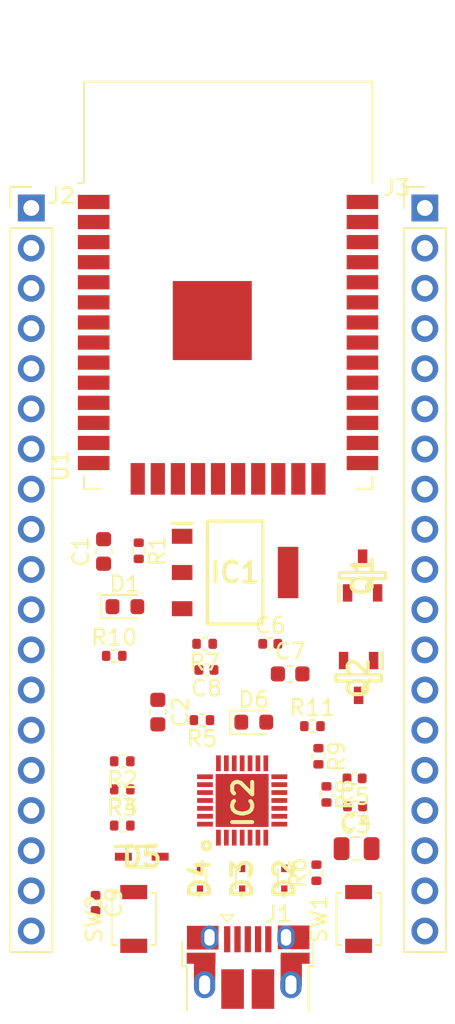
<source format=kicad_pcb>
(kicad_pcb (version 20171130) (host pcbnew "(5.1.10)-1")

  (general
    (thickness 1.6)
    (drawings 10)
    (tracks 0)
    (zones 0)
    (modules 36)
    (nets 69)
  )

  (page A4)
  (layers
    (0 F.Cu signal)
    (31 B.Cu signal)
    (32 B.Adhes user)
    (33 F.Adhes user)
    (34 B.Paste user)
    (35 F.Paste user)
    (36 B.SilkS user)
    (37 F.SilkS user)
    (38 B.Mask user)
    (39 F.Mask user)
    (40 Dwgs.User user)
    (41 Cmts.User user)
    (42 Eco1.User user)
    (43 Eco2.User user)
    (44 Edge.Cuts user)
    (45 Margin user)
    (46 B.CrtYd user)
    (47 F.CrtYd user)
    (48 B.Fab user)
    (49 F.Fab user)
  )

  (setup
    (last_trace_width 0.25)
    (user_trace_width 0.2)
    (user_trace_width 0.254)
    (trace_clearance 0.2)
    (zone_clearance 0.508)
    (zone_45_only no)
    (trace_min 0.2)
    (via_size 0.8)
    (via_drill 0.4)
    (via_min_size 0.4)
    (via_min_drill 0.3)
    (user_via 0.4 0.3)
    (uvia_size 0.3)
    (uvia_drill 0.1)
    (uvias_allowed no)
    (uvia_min_size 0.2)
    (uvia_min_drill 0.1)
    (edge_width 0.05)
    (segment_width 0.2)
    (pcb_text_width 0.3)
    (pcb_text_size 1.5 1.5)
    (mod_edge_width 0.12)
    (mod_text_size 1 1)
    (mod_text_width 0.15)
    (pad_size 1.524 1.524)
    (pad_drill 0.762)
    (pad_to_mask_clearance 0)
    (aux_axis_origin 0 0)
    (visible_elements 7FF9FF7F)
    (pcbplotparams
      (layerselection 0x010fc_ffffffff)
      (usegerberextensions false)
      (usegerberattributes true)
      (usegerberadvancedattributes true)
      (creategerberjobfile true)
      (excludeedgelayer true)
      (linewidth 0.100000)
      (plotframeref false)
      (viasonmask false)
      (mode 1)
      (useauxorigin false)
      (hpglpennumber 1)
      (hpglpenspeed 20)
      (hpglpendiameter 15.000000)
      (psnegative false)
      (psa4output false)
      (plotreference true)
      (plotvalue true)
      (plotinvisibletext false)
      (padsonsilk false)
      (subtractmaskfromsilk false)
      (outputformat 1)
      (mirror false)
      (drillshape 1)
      (scaleselection 1)
      (outputdirectory ""))
  )

  (net 0 "")
  (net 1 GND)
  (net 2 +5V)
  (net 3 /VDD33)
  (net 4 /IO0)
  (net 5 /EN)
  (net 6 "Net-(D1-Pad2)")
  (net 7 /USB_DN)
  (net 8 /USB_DP)
  (net 9 /VBUS)
  (net 10 /DCD)
  (net 11 /RI)
  (net 12 "Net-(IC2-Pad8)")
  (net 13 "Net-(IC2-Pad9)")
  (net 14 "Net-(IC2-Pad10)")
  (net 15 "Net-(IC2-Pad11)")
  (net 16 "Net-(IC2-Pad12)")
  (net 17 "Net-(IC2-Pad13)")
  (net 18 "Net-(IC2-Pad14)")
  (net 19 "Net-(IC2-Pad15)")
  (net 20 "Net-(IC2-Pad16)")
  (net 21 "Net-(IC2-Pad17)")
  (net 22 "Net-(IC2-Pad18)")
  (net 23 "Net-(IC2-Pad19)")
  (net 24 "Net-(IC2-Pad20)")
  (net 25 "Net-(IC2-Pad21)")
  (net 26 "Net-(IC2-Pad22)")
  (net 27 /CTS)
  (net 28 /RTS)
  (net 29 /RXD)
  (net 30 /TXD)
  (net 31 /DSR)
  (net 32 /DTR)
  (net 33 "Net-(J1-Pad4)")
  (net 34 /CMD)
  (net 35 /SD3)
  (net 36 /SD2)
  (net 37 /IO13)
  (net 38 /IO12)
  (net 39 /IO14)
  (net 40 /IO27)
  (net 41 /IO26)
  (net 42 /IO25)
  (net 43 /IO33)
  (net 44 /IO32)
  (net 45 /IO35)
  (net 46 /IO34)
  (net 47 /SENSOR_VN)
  (net 48 /SENSOR_VP)
  (net 49 /IO23)
  (net 50 /IO22)
  (net 51 /TXD0)
  (net 52 /RXD0)
  (net 53 /IO21)
  (net 54 /IO19)
  (net 55 /IO18)
  (net 56 /IO5)
  (net 57 /IO17)
  (net 58 /IO16)
  (net 59 /IO4)
  (net 60 /IO2)
  (net 61 /IO15)
  (net 62 /SD1)
  (net 63 /SD0)
  (net 64 /CLK)
  (net 65 "Net-(Q1-Pad1)")
  (net 66 "Net-(Q2-Pad1)")
  (net 67 "Net-(U1-Pad32)")
  (net 68 "Net-(D6-Pad2)")

  (net_class Default "This is the default net class."
    (clearance 0.2)
    (trace_width 0.25)
    (via_dia 0.8)
    (via_drill 0.4)
    (uvia_dia 0.3)
    (uvia_drill 0.1)
    (add_net +5V)
    (add_net /CLK)
    (add_net /CMD)
    (add_net /CTS)
    (add_net /DCD)
    (add_net /DSR)
    (add_net /DTR)
    (add_net /EN)
    (add_net /IO0)
    (add_net /IO12)
    (add_net /IO13)
    (add_net /IO14)
    (add_net /IO15)
    (add_net /IO16)
    (add_net /IO17)
    (add_net /IO18)
    (add_net /IO19)
    (add_net /IO2)
    (add_net /IO21)
    (add_net /IO22)
    (add_net /IO23)
    (add_net /IO25)
    (add_net /IO26)
    (add_net /IO27)
    (add_net /IO32)
    (add_net /IO33)
    (add_net /IO34)
    (add_net /IO35)
    (add_net /IO4)
    (add_net /IO5)
    (add_net /RI)
    (add_net /RTS)
    (add_net /RXD)
    (add_net /RXD0)
    (add_net /SD0)
    (add_net /SD1)
    (add_net /SD2)
    (add_net /SD3)
    (add_net /SENSOR_VN)
    (add_net /SENSOR_VP)
    (add_net /TXD)
    (add_net /TXD0)
    (add_net /USB_DN)
    (add_net /USB_DP)
    (add_net /VBUS)
    (add_net /VDD33)
    (add_net GND)
    (add_net "Net-(D1-Pad2)")
    (add_net "Net-(D6-Pad2)")
    (add_net "Net-(IC2-Pad10)")
    (add_net "Net-(IC2-Pad11)")
    (add_net "Net-(IC2-Pad12)")
    (add_net "Net-(IC2-Pad13)")
    (add_net "Net-(IC2-Pad14)")
    (add_net "Net-(IC2-Pad15)")
    (add_net "Net-(IC2-Pad16)")
    (add_net "Net-(IC2-Pad17)")
    (add_net "Net-(IC2-Pad18)")
    (add_net "Net-(IC2-Pad19)")
    (add_net "Net-(IC2-Pad20)")
    (add_net "Net-(IC2-Pad21)")
    (add_net "Net-(IC2-Pad22)")
    (add_net "Net-(IC2-Pad8)")
    (add_net "Net-(IC2-Pad9)")
    (add_net "Net-(J1-Pad4)")
    (add_net "Net-(Q1-Pad1)")
    (add_net "Net-(Q2-Pad1)")
    (add_net "Net-(U1-Pad32)")
  )

  (module Connector_PinHeader_2.54mm:PinHeader_1x19_P2.54mm_Vertical (layer F.Cu) (tedit 59FED5CC) (tstamp 6162451E)
    (at 104.267 28.575)
    (descr "Through hole straight pin header, 1x19, 2.54mm pitch, single row")
    (tags "Through hole pin header THT 1x19 2.54mm single row")
    (path /6153A8E6)
    (fp_text reference J2 (at 1.905 -0.762) (layer F.SilkS)
      (effects (font (size 1 1) (thickness 0.15)))
    )
    (fp_text value Conn_01x19_Male (at 4.826 48.387) (layer F.Fab)
      (effects (font (size 1 1) (thickness 0.15)))
    )
    (fp_line (start 1.8 -1.8) (end -1.8 -1.8) (layer F.CrtYd) (width 0.05))
    (fp_line (start 1.8 47.5) (end 1.8 -1.8) (layer F.CrtYd) (width 0.05))
    (fp_line (start -1.8 47.5) (end 1.8 47.5) (layer F.CrtYd) (width 0.05))
    (fp_line (start -1.8 -1.8) (end -1.8 47.5) (layer F.CrtYd) (width 0.05))
    (fp_line (start -1.33 -1.33) (end 0 -1.33) (layer F.SilkS) (width 0.12))
    (fp_line (start -1.33 0) (end -1.33 -1.33) (layer F.SilkS) (width 0.12))
    (fp_line (start -1.33 1.27) (end 1.33 1.27) (layer F.SilkS) (width 0.12))
    (fp_line (start 1.33 1.27) (end 1.33 47.05) (layer F.SilkS) (width 0.12))
    (fp_line (start -1.33 1.27) (end -1.33 47.05) (layer F.SilkS) (width 0.12))
    (fp_line (start -1.33 47.05) (end 1.33 47.05) (layer F.SilkS) (width 0.12))
    (fp_line (start -1.27 -0.635) (end -0.635 -1.27) (layer F.Fab) (width 0.1))
    (fp_line (start -1.27 46.99) (end -1.27 -0.635) (layer F.Fab) (width 0.1))
    (fp_line (start 1.27 46.99) (end -1.27 46.99) (layer F.Fab) (width 0.1))
    (fp_line (start 1.27 -1.27) (end 1.27 46.99) (layer F.Fab) (width 0.1))
    (fp_line (start -0.635 -1.27) (end 1.27 -1.27) (layer F.Fab) (width 0.1))
    (fp_text user %R (at 0 22.86 90) (layer F.Fab)
      (effects (font (size 1 1) (thickness 0.15)))
    )
    (pad 1 thru_hole rect (at 0 0) (size 1.7 1.7) (drill 1) (layers *.Cu *.Mask)
      (net 3 /VDD33))
    (pad 2 thru_hole oval (at 0 2.54) (size 1.7 1.7) (drill 1) (layers *.Cu *.Mask)
      (net 5 /EN))
    (pad 3 thru_hole oval (at 0 5.08) (size 1.7 1.7) (drill 1) (layers *.Cu *.Mask)
      (net 48 /SENSOR_VP))
    (pad 4 thru_hole oval (at 0 7.62) (size 1.7 1.7) (drill 1) (layers *.Cu *.Mask)
      (net 47 /SENSOR_VN))
    (pad 5 thru_hole oval (at 0 10.16) (size 1.7 1.7) (drill 1) (layers *.Cu *.Mask)
      (net 46 /IO34))
    (pad 6 thru_hole oval (at 0 12.7) (size 1.7 1.7) (drill 1) (layers *.Cu *.Mask)
      (net 45 /IO35))
    (pad 7 thru_hole oval (at 0 15.24) (size 1.7 1.7) (drill 1) (layers *.Cu *.Mask)
      (net 44 /IO32))
    (pad 8 thru_hole oval (at 0 17.78) (size 1.7 1.7) (drill 1) (layers *.Cu *.Mask)
      (net 43 /IO33))
    (pad 9 thru_hole oval (at 0 20.32) (size 1.7 1.7) (drill 1) (layers *.Cu *.Mask)
      (net 42 /IO25))
    (pad 10 thru_hole oval (at 0 22.86) (size 1.7 1.7) (drill 1) (layers *.Cu *.Mask)
      (net 41 /IO26))
    (pad 11 thru_hole oval (at 0 25.4) (size 1.7 1.7) (drill 1) (layers *.Cu *.Mask)
      (net 40 /IO27))
    (pad 12 thru_hole oval (at 0 27.94) (size 1.7 1.7) (drill 1) (layers *.Cu *.Mask)
      (net 39 /IO14))
    (pad 13 thru_hole oval (at 0 30.48) (size 1.7 1.7) (drill 1) (layers *.Cu *.Mask)
      (net 38 /IO12))
    (pad 14 thru_hole oval (at 0 33.02) (size 1.7 1.7) (drill 1) (layers *.Cu *.Mask)
      (net 1 GND))
    (pad 15 thru_hole oval (at 0 35.56) (size 1.7 1.7) (drill 1) (layers *.Cu *.Mask)
      (net 37 /IO13))
    (pad 16 thru_hole oval (at 0 38.1) (size 1.7 1.7) (drill 1) (layers *.Cu *.Mask)
      (net 36 /SD2))
    (pad 17 thru_hole oval (at 0 40.64) (size 1.7 1.7) (drill 1) (layers *.Cu *.Mask)
      (net 35 /SD3))
    (pad 18 thru_hole oval (at 0 43.18) (size 1.7 1.7) (drill 1) (layers *.Cu *.Mask)
      (net 34 /CMD))
    (pad 19 thru_hole oval (at 0 45.72) (size 1.7 1.7) (drill 1) (layers *.Cu *.Mask)
      (net 2 +5V))
    (model ${KISYS3DMOD}/Connector_PinHeader_2.54mm.3dshapes/PinHeader_1x19_P2.54mm_Vertical.wrl
      (at (xyz 0 0 0))
      (scale (xyz 1 1 1))
      (rotate (xyz 0 0 0))
    )
  )

  (module Capacitor_SMD:C_0805_2012Metric (layer F.Cu) (tedit 5F68FEEE) (tstamp 6159E04B)
    (at 124.841 69.088)
    (descr "Capacitor SMD 0805 (2012 Metric), square (rectangular) end terminal, IPC_7351 nominal, (Body size source: IPC-SM-782 page 76, https://www.pcb-3d.com/wordpress/wp-content/uploads/ipc-sm-782a_amendment_1_and_2.pdf, https://docs.google.com/spreadsheets/d/1BsfQQcO9C6DZCsRaXUlFlo91Tg2WpOkGARC1WS5S8t0/edit?usp=sharing), generated with kicad-footprint-generator")
    (tags capacitor)
    (path /61437E01)
    (attr smd)
    (fp_text reference C4 (at 0 -1.68) (layer F.SilkS)
      (effects (font (size 1 1) (thickness 0.15)))
    )
    (fp_text value "0.1uF/50V(10%)(NC)" (at -2.794 1.143) (layer F.Fab)
      (effects (font (size 1 1) (thickness 0.15)))
    )
    (fp_line (start -1 0.625) (end -1 -0.625) (layer F.Fab) (width 0.1))
    (fp_line (start -1 -0.625) (end 1 -0.625) (layer F.Fab) (width 0.1))
    (fp_line (start 1 -0.625) (end 1 0.625) (layer F.Fab) (width 0.1))
    (fp_line (start 1 0.625) (end -1 0.625) (layer F.Fab) (width 0.1))
    (fp_line (start -0.261252 -0.735) (end 0.261252 -0.735) (layer F.SilkS) (width 0.12))
    (fp_line (start -0.261252 0.735) (end 0.261252 0.735) (layer F.SilkS) (width 0.12))
    (fp_line (start -1.7 0.98) (end -1.7 -0.98) (layer F.CrtYd) (width 0.05))
    (fp_line (start -1.7 -0.98) (end 1.7 -0.98) (layer F.CrtYd) (width 0.05))
    (fp_line (start 1.7 -0.98) (end 1.7 0.98) (layer F.CrtYd) (width 0.05))
    (fp_line (start 1.7 0.98) (end -1.7 0.98) (layer F.CrtYd) (width 0.05))
    (fp_text user %R (at 0 0) (layer F.Fab)
      (effects (font (size 0.5 0.5) (thickness 0.08)))
    )
    (pad 2 smd roundrect (at 0.95 0) (size 1 1.45) (layers F.Cu F.Paste F.Mask) (roundrect_rratio 0.25)
      (net 4 /IO0))
    (pad 1 smd roundrect (at -0.95 0) (size 1 1.45) (layers F.Cu F.Paste F.Mask) (roundrect_rratio 0.25)
      (net 1 GND))
    (model ${KISYS3DMOD}/Capacitor_SMD.3dshapes/C_0805_2012Metric.wrl
      (at (xyz 0 0 0))
      (scale (xyz 1 1 1))
      (rotate (xyz 0 0 0))
    )
  )

  (module LESD5D5.0CT1G:LESD5D50CT1G (layer F.Cu) (tedit 61344319) (tstamp 6159E0C7)
    (at 120.269 70.993 90)
    (descr LESD5D5.0CT1G-1)
    (tags "TVS Diode (Bi-directional)")
    (path /61344B7C)
    (attr smd)
    (fp_text reference D2 (at 0 0 90) (layer F.SilkS)
      (effects (font (size 1.27 1.27) (thickness 0.254)))
    )
    (fp_text value LESD5D5.0CT1G (at 0 0 90) (layer F.SilkS) hide
      (effects (font (size 1.27 1.27) (thickness 0.254)))
    )
    (fp_line (start -0.6 -0.4) (end 0.6 -0.4) (layer Dwgs.User) (width 0.2))
    (fp_line (start 0.6 -0.4) (end 0.6 0.4) (layer Dwgs.User) (width 0.2))
    (fp_line (start 0.6 0.4) (end -0.6 0.4) (layer Dwgs.User) (width 0.2))
    (fp_line (start -0.6 0.4) (end -0.6 -0.4) (layer Dwgs.User) (width 0.2))
    (fp_line (start -1.4 -0.9) (end 1.4 -0.9) (layer Dwgs.User) (width 0.1))
    (fp_line (start 1.4 -0.9) (end 1.4 0.9) (layer Dwgs.User) (width 0.1))
    (fp_line (start 1.4 0.9) (end -1.4 0.9) (layer Dwgs.User) (width 0.1))
    (fp_line (start -1.4 0.9) (end -1.4 -0.9) (layer Dwgs.User) (width 0.1))
    (fp_line (start -0.6 -0.4) (end 0.6 -0.4) (layer F.SilkS) (width 0.1))
    (fp_line (start -0.6 0.4) (end 0.6 0.4) (layer F.SilkS) (width 0.1))
    (fp_line (start -1.1 -0.1) (end -1.1 -0.1) (layer F.SilkS) (width 0.1))
    (fp_line (start -1.1 0) (end -1.1 0) (layer F.SilkS) (width 0.1))
    (fp_arc (start -1.1 -0.05) (end -1.1 -0.1) (angle -180) (layer F.SilkS) (width 0.1))
    (fp_arc (start -1.1 -0.05) (end -1.1 0) (angle -180) (layer F.SilkS) (width 0.1))
    (pad 1 smd rect (at -0.66 0 180) (size 0.4 0.48) (layers F.Cu F.Paste F.Mask)
      (net 7 /USB_DN))
    (pad 2 smd rect (at 0.66 0 180) (size 0.4 0.48) (layers F.Cu F.Paste F.Mask)
      (net 1 GND))
    (model ${KIPRJMOD}/LESD5D5.0CT1G/3D/LESD5D5.0CT1G.stp
      (at (xyz 0 0 0))
      (scale (xyz 1 1 1))
      (rotate (xyz 0 0 0))
    )
  )

  (module LESD5D5.0CT1G:LESD5D50CT1G (layer F.Cu) (tedit 61344319) (tstamp 6159E0DB)
    (at 117.602 70.993 90)
    (descr LESD5D5.0CT1G-1)
    (tags "TVS Diode (Bi-directional)")
    (path /6134C4E2)
    (attr smd)
    (fp_text reference D3 (at 0 0 90) (layer F.SilkS)
      (effects (font (size 1.27 1.27) (thickness 0.254)))
    )
    (fp_text value LESD5D5.0CT1G (at 0 0 90) (layer F.SilkS) hide
      (effects (font (size 1.27 1.27) (thickness 0.254)))
    )
    (fp_line (start -0.6 -0.4) (end 0.6 -0.4) (layer Dwgs.User) (width 0.2))
    (fp_line (start 0.6 -0.4) (end 0.6 0.4) (layer Dwgs.User) (width 0.2))
    (fp_line (start 0.6 0.4) (end -0.6 0.4) (layer Dwgs.User) (width 0.2))
    (fp_line (start -0.6 0.4) (end -0.6 -0.4) (layer Dwgs.User) (width 0.2))
    (fp_line (start -1.4 -0.9) (end 1.4 -0.9) (layer Dwgs.User) (width 0.1))
    (fp_line (start 1.4 -0.9) (end 1.4 0.9) (layer Dwgs.User) (width 0.1))
    (fp_line (start 1.4 0.9) (end -1.4 0.9) (layer Dwgs.User) (width 0.1))
    (fp_line (start -1.4 0.9) (end -1.4 -0.9) (layer Dwgs.User) (width 0.1))
    (fp_line (start -0.6 -0.4) (end 0.6 -0.4) (layer F.SilkS) (width 0.1))
    (fp_line (start -0.6 0.4) (end 0.6 0.4) (layer F.SilkS) (width 0.1))
    (fp_line (start -1.1 -0.1) (end -1.1 -0.1) (layer F.SilkS) (width 0.1))
    (fp_line (start -1.1 0) (end -1.1 0) (layer F.SilkS) (width 0.1))
    (fp_arc (start -1.1 -0.05) (end -1.1 -0.1) (angle -180) (layer F.SilkS) (width 0.1))
    (fp_arc (start -1.1 -0.05) (end -1.1 0) (angle -180) (layer F.SilkS) (width 0.1))
    (pad 1 smd rect (at -0.66 0 180) (size 0.4 0.48) (layers F.Cu F.Paste F.Mask)
      (net 8 /USB_DP))
    (pad 2 smd rect (at 0.66 0 180) (size 0.4 0.48) (layers F.Cu F.Paste F.Mask)
      (net 1 GND))
    (model ${KIPRJMOD}/LESD5D5.0CT1G/3D/LESD5D5.0CT1G.stp
      (at (xyz 0 0 0))
      (scale (xyz 1 1 1))
      (rotate (xyz 0 0 0))
    )
  )

  (module LESD5D5.0CT1G:LESD5D50CT1G (layer F.Cu) (tedit 61344319) (tstamp 6159E0EF)
    (at 114.935 70.993 90)
    (descr LESD5D5.0CT1G-1)
    (tags "TVS Diode (Bi-directional)")
    (path /6134CC10)
    (attr smd)
    (fp_text reference D4 (at 0 0 90) (layer F.SilkS)
      (effects (font (size 1.27 1.27) (thickness 0.254)))
    )
    (fp_text value LESD5D5.0CT1G (at 0 0 90) (layer F.SilkS) hide
      (effects (font (size 1.27 1.27) (thickness 0.254)))
    )
    (fp_line (start -1.1 0) (end -1.1 0) (layer F.SilkS) (width 0.1))
    (fp_line (start -1.1 -0.1) (end -1.1 -0.1) (layer F.SilkS) (width 0.1))
    (fp_line (start -0.6 0.4) (end 0.6 0.4) (layer F.SilkS) (width 0.1))
    (fp_line (start -0.6 -0.4) (end 0.6 -0.4) (layer F.SilkS) (width 0.1))
    (fp_line (start -1.4 0.9) (end -1.4 -0.9) (layer Dwgs.User) (width 0.1))
    (fp_line (start 1.4 0.9) (end -1.4 0.9) (layer Dwgs.User) (width 0.1))
    (fp_line (start 1.4 -0.9) (end 1.4 0.9) (layer Dwgs.User) (width 0.1))
    (fp_line (start -1.4 -0.9) (end 1.4 -0.9) (layer Dwgs.User) (width 0.1))
    (fp_line (start -0.6 0.4) (end -0.6 -0.4) (layer Dwgs.User) (width 0.2))
    (fp_line (start 0.6 0.4) (end -0.6 0.4) (layer Dwgs.User) (width 0.2))
    (fp_line (start 0.6 -0.4) (end 0.6 0.4) (layer Dwgs.User) (width 0.2))
    (fp_line (start -0.6 -0.4) (end 0.6 -0.4) (layer Dwgs.User) (width 0.2))
    (fp_arc (start -1.1 -0.05) (end -1.1 0) (angle -180) (layer F.SilkS) (width 0.1))
    (fp_arc (start -1.1 -0.05) (end -1.1 -0.1) (angle -180) (layer F.SilkS) (width 0.1))
    (pad 2 smd rect (at 0.66 0 180) (size 0.4 0.48) (layers F.Cu F.Paste F.Mask)
      (net 1 GND))
    (pad 1 smd rect (at -0.66 0 180) (size 0.4 0.48) (layers F.Cu F.Paste F.Mask)
      (net 9 /VBUS))
    (model ${KIPRJMOD}/LESD5D5.0CT1G/3D/LESD5D5.0CT1G.stp
      (at (xyz 0 0 0))
      (scale (xyz 1 1 1))
      (rotate (xyz 0 0 0))
    )
  )

  (module BAT760-7:SOD2513X120N (layer F.Cu) (tedit 613444F2) (tstamp 6159E100)
    (at 111.252 69.596)
    (descr SOD323)
    (tags "Schottky Diode")
    (path /61348014)
    (attr smd)
    (fp_text reference D5 (at 0 0) (layer F.SilkS)
      (effects (font (size 1.27 1.27) (thickness 0.254)))
    )
    (fp_text value BAT760-7 (at 0 0) (layer F.SilkS) hide
      (effects (font (size 1.27 1.27) (thickness 0.254)))
    )
    (fp_line (start -1.975 -1.15) (end 1.975 -1.15) (layer Dwgs.User) (width 0.05))
    (fp_line (start 1.975 -1.15) (end 1.975 1.15) (layer Dwgs.User) (width 0.05))
    (fp_line (start 1.975 1.15) (end -1.975 1.15) (layer Dwgs.User) (width 0.05))
    (fp_line (start -1.975 1.15) (end -1.975 -1.15) (layer Dwgs.User) (width 0.05))
    (fp_line (start -0.85 -0.65) (end 0.85 -0.65) (layer Dwgs.User) (width 0.1))
    (fp_line (start 0.85 -0.65) (end 0.85 0.65) (layer Dwgs.User) (width 0.1))
    (fp_line (start 0.85 0.65) (end -0.85 0.65) (layer Dwgs.User) (width 0.1))
    (fp_line (start -0.85 0.65) (end -0.85 -0.65) (layer Dwgs.User) (width 0.1))
    (fp_line (start -0.85 -0.112) (end -0.312 -0.65) (layer Dwgs.User) (width 0.1))
    (fp_line (start -1.7 -0.65) (end 0.85 -0.65) (layer F.SilkS) (width 0.2))
    (fp_line (start -0.85 0.65) (end 0.85 0.65) (layer F.SilkS) (width 0.2))
    (pad 1 smd rect (at -1.162 0 90) (size 0.5 1.075) (layers F.Cu F.Paste F.Mask)
      (net 2 +5V))
    (pad 2 smd rect (at 1.162 0 90) (size 0.5 1.075) (layers F.Cu F.Paste F.Mask)
      (net 9 /VBUS))
    (model ${KIPRJMOD}/BAT760-7/3D/BAT760-7.stp
      (at (xyz 0 0 0))
      (scale (xyz 1 1 1))
      (rotate (xyz 0 0 0))
    )
  )

  (module AMS1117-3.3:SOT229P700X180-4N (layer F.Cu) (tedit 61350382) (tstamp 6161ECAD)
    (at 117.1575 51.6255)
    (descr sot-223)
    (tags "Integrated Circuit")
    (path /6146246B)
    (attr smd)
    (fp_text reference IC1 (at 0 0) (layer F.SilkS)
      (effects (font (size 1.27 1.27) (thickness 0.254)))
    )
    (fp_text value AMS1117-3.3 (at 0 0) (layer F.SilkS) hide
      (effects (font (size 1.27 1.27) (thickness 0.254)))
    )
    (fp_line (start -4.25 -3.605) (end 4.25 -3.605) (layer Dwgs.User) (width 0.05))
    (fp_line (start 4.25 -3.605) (end 4.25 3.605) (layer Dwgs.User) (width 0.05))
    (fp_line (start 4.25 3.605) (end -4.25 3.605) (layer Dwgs.User) (width 0.05))
    (fp_line (start -4.25 3.605) (end -4.25 -3.605) (layer Dwgs.User) (width 0.05))
    (fp_line (start -1.752 -3.252) (end 1.752 -3.252) (layer Dwgs.User) (width 0.1))
    (fp_line (start 1.752 -3.252) (end 1.752 3.252) (layer Dwgs.User) (width 0.1))
    (fp_line (start 1.752 3.252) (end -1.752 3.252) (layer Dwgs.User) (width 0.1))
    (fp_line (start -1.752 3.252) (end -1.752 -3.252) (layer Dwgs.User) (width 0.1))
    (fp_line (start -1.752 -0.962) (end 0.538 -3.252) (layer Dwgs.User) (width 0.1))
    (fp_line (start -1.752 -3.252) (end 1.752 -3.252) (layer F.SilkS) (width 0.2))
    (fp_line (start 1.752 -3.252) (end 1.752 3.252) (layer F.SilkS) (width 0.2))
    (fp_line (start 1.752 3.252) (end -1.752 3.252) (layer F.SilkS) (width 0.2))
    (fp_line (start -1.752 3.252) (end -1.752 -3.252) (layer F.SilkS) (width 0.2))
    (fp_line (start -4 -3.115) (end -2.7 -3.115) (layer F.SilkS) (width 0.2))
    (pad 1 smd rect (at -3.35 -2.29 90) (size 0.95 1.3) (layers F.Cu F.Paste F.Mask)
      (net 1 GND))
    (pad 2 smd rect (at -3.35 0 90) (size 0.95 1.3) (layers F.Cu F.Paste F.Mask)
      (net 3 /VDD33))
    (pad 3 smd rect (at -3.35 2.29 90) (size 0.95 1.3) (layers F.Cu F.Paste F.Mask)
      (net 2 +5V))
    (pad 4 smd rect (at 3.35 0) (size 1.3 3.25) (layers F.Cu F.Paste F.Mask)
      (net 3 /VDD33))
    (model ${KIPRJMOD}/AMS1117-3.3/3D/AMS1117-3.3.stp
      (at (xyz 0 0 0))
      (scale (xyz 1 1 1))
      (rotate (xyz 0 0 0))
    )
  )

  (module CP2102N-A01-GQFN28:QFN50P500X500X80-29N-D (layer F.Cu) (tedit 61344FC7) (tstamp 6159F9F6)
    (at 117.602 66.04 90)
    (descr QFN-28_3)
    (tags "Integrated Circuit")
    (path /6135034D)
    (attr smd)
    (fp_text reference IC2 (at -0.127 0.0635 90) (layer F.SilkS)
      (effects (font (size 1.27 1.27) (thickness 0.254)))
    )
    (fp_text value CP2102N-A01-GQFN28 (at 0 0 90) (layer F.SilkS) hide
      (effects (font (size 1.27 1.27) (thickness 0.254)))
    )
    (fp_line (start -3.1 -3.1) (end 3.1 -3.1) (layer Dwgs.User) (width 0.05))
    (fp_line (start 3.1 -3.1) (end 3.1 3.1) (layer Dwgs.User) (width 0.05))
    (fp_line (start 3.1 3.1) (end -3.1 3.1) (layer Dwgs.User) (width 0.05))
    (fp_line (start -3.1 3.1) (end -3.1 -3.1) (layer Dwgs.User) (width 0.05))
    (fp_line (start -2.5 -2.5) (end 2.5 -2.5) (layer Dwgs.User) (width 0.1))
    (fp_line (start 2.5 -2.5) (end 2.5 2.5) (layer Dwgs.User) (width 0.1))
    (fp_line (start 2.5 2.5) (end -2.5 2.5) (layer Dwgs.User) (width 0.1))
    (fp_line (start -2.5 2.5) (end -2.5 -2.5) (layer Dwgs.User) (width 0.1))
    (fp_line (start -2.5 -2) (end -2 -2.5) (layer Dwgs.User) (width 0.1))
    (fp_circle (center -2.85 -2.25) (end -2.725 -2.25) (layer F.SilkS) (width 0.254))
    (pad 1 smd rect (at -2.35 -1.5 180) (size 0.3 1) (layers F.Cu F.Paste F.Mask)
      (net 10 /DCD))
    (pad 2 smd rect (at -2.35 -1 180) (size 0.3 1) (layers F.Cu F.Paste F.Mask)
      (net 11 /RI))
    (pad 3 smd rect (at -2.35 -0.5 180) (size 0.3 1) (layers F.Cu F.Paste F.Mask)
      (net 1 GND))
    (pad 4 smd rect (at -2.35 0 180) (size 0.3 1) (layers F.Cu F.Paste F.Mask)
      (net 8 /USB_DP))
    (pad 5 smd rect (at -2.35 0.5 180) (size 0.3 1) (layers F.Cu F.Paste F.Mask)
      (net 7 /USB_DN))
    (pad 6 smd rect (at -2.35 1 180) (size 0.3 1) (layers F.Cu F.Paste F.Mask)
      (net 3 /VDD33))
    (pad 7 smd rect (at -2.35 1.5 180) (size 0.3 1) (layers F.Cu F.Paste F.Mask)
      (net 3 /VDD33))
    (pad 8 smd rect (at -1.5 2.35 90) (size 0.3 1) (layers F.Cu F.Paste F.Mask)
      (net 12 "Net-(IC2-Pad8)"))
    (pad 9 smd rect (at -1 2.35 90) (size 0.3 1) (layers F.Cu F.Paste F.Mask)
      (net 13 "Net-(IC2-Pad9)"))
    (pad 10 smd rect (at -0.5 2.35 90) (size 0.3 1) (layers F.Cu F.Paste F.Mask)
      (net 14 "Net-(IC2-Pad10)"))
    (pad 11 smd rect (at 0 2.35 90) (size 0.3 1) (layers F.Cu F.Paste F.Mask)
      (net 15 "Net-(IC2-Pad11)"))
    (pad 12 smd rect (at 0.5 2.35 90) (size 0.3 1) (layers F.Cu F.Paste F.Mask)
      (net 16 "Net-(IC2-Pad12)"))
    (pad 13 smd rect (at 1 2.35 90) (size 0.3 1) (layers F.Cu F.Paste F.Mask)
      (net 17 "Net-(IC2-Pad13)"))
    (pad 14 smd rect (at 1.5 2.35 90) (size 0.3 1) (layers F.Cu F.Paste F.Mask)
      (net 18 "Net-(IC2-Pad14)"))
    (pad 15 smd rect (at 2.35 1.5 180) (size 0.3 1) (layers F.Cu F.Paste F.Mask)
      (net 19 "Net-(IC2-Pad15)"))
    (pad 16 smd rect (at 2.35 1 180) (size 0.3 1) (layers F.Cu F.Paste F.Mask)
      (net 20 "Net-(IC2-Pad16)"))
    (pad 17 smd rect (at 2.35 0.5 180) (size 0.3 1) (layers F.Cu F.Paste F.Mask)
      (net 21 "Net-(IC2-Pad17)"))
    (pad 18 smd rect (at 2.35 0 180) (size 0.3 1) (layers F.Cu F.Paste F.Mask)
      (net 22 "Net-(IC2-Pad18)"))
    (pad 19 smd rect (at 2.35 -0.5 180) (size 0.3 1) (layers F.Cu F.Paste F.Mask)
      (net 23 "Net-(IC2-Pad19)"))
    (pad 20 smd rect (at 2.35 -1 180) (size 0.3 1) (layers F.Cu F.Paste F.Mask)
      (net 24 "Net-(IC2-Pad20)"))
    (pad 21 smd rect (at 2.35 -1.5 180) (size 0.3 1) (layers F.Cu F.Paste F.Mask)
      (net 25 "Net-(IC2-Pad21)"))
    (pad 22 smd rect (at 1.5 -2.35 90) (size 0.3 1) (layers F.Cu F.Paste F.Mask)
      (net 26 "Net-(IC2-Pad22)"))
    (pad 23 smd rect (at 1 -2.35 90) (size 0.3 1) (layers F.Cu F.Paste F.Mask)
      (net 27 /CTS))
    (pad 24 smd rect (at 0.5 -2.35 90) (size 0.3 1) (layers F.Cu F.Paste F.Mask)
      (net 28 /RTS))
    (pad 25 smd rect (at 0 -2.35 90) (size 0.3 1) (layers F.Cu F.Paste F.Mask)
      (net 29 /RXD))
    (pad 26 smd rect (at -0.5 -2.35 90) (size 0.3 1) (layers F.Cu F.Paste F.Mask)
      (net 30 /TXD))
    (pad 27 smd rect (at -1 -2.35 90) (size 0.3 1) (layers F.Cu F.Paste F.Mask)
      (net 31 /DSR))
    (pad 28 smd rect (at -1.5 -2.35 90) (size 0.3 1) (layers F.Cu F.Paste F.Mask)
      (net 32 /DTR))
    (pad 29 smd rect (at 0 0 90) (size 3.35 3.35) (layers F.Cu F.Paste F.Mask)
      (net 1 GND))
    (model ${KIPRJMOD}/CP2102N-A01-GQFN28/3D/CP2102N-A01-GQFN28.stp
      (at (xyz 0 0 0))
      (scale (xyz 1 1 1))
      (rotate (xyz 0 0 0))
    )
  )

  (module Connector_USB:USB_Micro-B_Amphenol_10103594-0001LF_Horizontal (layer F.Cu) (tedit 5A1DC0BD) (tstamp 6159E16B)
    (at 117.983 76.581)
    (descr "Micro USB Type B 10103594-0001LF, http://cdn.amphenol-icc.com/media/wysiwyg/files/drawing/10103594.pdf")
    (tags "USB USB_B USB_micro USB_OTG")
    (path /6134D24B)
    (attr smd)
    (fp_text reference J1 (at 1.925 -3.365) (layer F.SilkS)
      (effects (font (size 1 1) (thickness 0.15)))
    )
    (fp_text value USB_B_Micro (at -0.381 2.413) (layer F.Fab)
      (effects (font (size 1 1) (thickness 0.15)))
    )
    (fp_line (start 4.14 3.58) (end -4.13 3.58) (layer F.CrtYd) (width 0.05))
    (fp_line (start 4.14 3.58) (end 4.14 -2.88) (layer F.CrtYd) (width 0.05))
    (fp_line (start -4.13 -2.88) (end -4.13 3.58) (layer F.CrtYd) (width 0.05))
    (fp_line (start -4.13 -2.88) (end 4.14 -2.88) (layer F.CrtYd) (width 0.05))
    (fp_line (start -4.025 2.835) (end 3.975 2.835) (layer Dwgs.User) (width 0.1))
    (fp_line (start -3.775 3.335) (end -3.775 -0.865) (layer F.Fab) (width 0.12))
    (fp_line (start -2.975 -1.615) (end 3.725 -1.615) (layer F.Fab) (width 0.12))
    (fp_line (start 3.725 -1.615) (end 3.725 3.335) (layer F.Fab) (width 0.12))
    (fp_line (start 3.725 3.335) (end -3.775 3.335) (layer F.Fab) (width 0.12))
    (fp_line (start -3.775 -0.865) (end -2.975 -1.615) (layer F.Fab) (width 0.12))
    (fp_line (start -1.325 -2.865) (end -1.725 -3.315) (layer F.SilkS) (width 0.12))
    (fp_line (start -1.725 -3.315) (end -0.925 -3.315) (layer F.SilkS) (width 0.12))
    (fp_line (start -0.925 -3.315) (end -1.325 -2.865) (layer F.SilkS) (width 0.12))
    (fp_line (start 3.825 2.735) (end 3.825 -0.065) (layer F.SilkS) (width 0.12))
    (fp_line (start 3.825 -0.065) (end 4.125 -0.065) (layer F.SilkS) (width 0.12))
    (fp_line (start 4.125 -0.065) (end 4.125 -1.615) (layer F.SilkS) (width 0.12))
    (fp_line (start -3.875 2.735) (end -3.875 -0.065) (layer F.SilkS) (width 0.12))
    (fp_line (start -4.175 -0.065) (end -3.875 -0.065) (layer F.SilkS) (width 0.12))
    (fp_line (start -4.175 -0.065) (end -4.175 -1.615) (layer F.SilkS) (width 0.12))
    (fp_text user "PCB edge" (at -0.025 2.235) (layer Dwgs.User)
      (effects (font (size 0.5 0.5) (thickness 0.075)))
    )
    (fp_text user %R (at -0.025 -0.015) (layer F.Fab)
      (effects (font (size 1 1) (thickness 0.15)))
    )
    (pad 6 smd rect (at 2.725 0.185) (size 1.35 2) (layers F.Cu F.Paste F.Mask)
      (net 1 GND))
    (pad 6 smd rect (at -2.755 0.185) (size 1.35 2) (layers F.Cu F.Paste F.Mask)
      (net 1 GND))
    (pad 6 smd rect (at -2.975 -0.565) (size 1.825 0.7) (layers F.Cu F.Paste F.Mask)
      (net 1 GND))
    (pad 6 smd rect (at 2.975 -0.565) (size 1.825 0.7) (layers F.Cu F.Paste F.Mask)
      (net 1 GND))
    (pad 6 smd rect (at -2.875 -1.865) (size 2 1.5) (layers F.Cu F.Paste F.Mask)
      (net 1 GND))
    (pad 6 smd rect (at 2.875 -1.885) (size 2 1.5) (layers F.Cu F.Paste F.Mask)
      (net 1 GND))
    (pad 1 smd rect (at -1.325 -1.765 90) (size 1.65 0.4) (layers F.Cu F.Paste F.Mask)
      (net 9 /VBUS))
    (pad 2 smd rect (at -0.675 -1.765 90) (size 1.65 0.4) (layers F.Cu F.Paste F.Mask)
      (net 7 /USB_DN))
    (pad 3 smd rect (at -0.025 -1.765 90) (size 1.65 0.4) (layers F.Cu F.Paste F.Mask)
      (net 8 /USB_DP))
    (pad 4 smd rect (at 0.625 -1.765 90) (size 1.65 0.4) (layers F.Cu F.Paste F.Mask)
      (net 33 "Net-(J1-Pad4)"))
    (pad 5 smd rect (at 1.275 -1.765 90) (size 1.65 0.4) (layers F.Cu F.Paste F.Mask)
      (net 1 GND))
    (pad 6 thru_hole oval (at -2.445 -1.885 90) (size 1.5 1.1) (drill oval 1.05 0.65) (layers *.Cu *.Mask)
      (net 1 GND))
    (pad 6 thru_hole oval (at 2.395 -1.885 90) (size 1.5 1.1) (drill oval 1.05 0.65) (layers *.Cu *.Mask)
      (net 1 GND))
    (pad 6 thru_hole oval (at -2.755 1.115 90) (size 1.7 1.35) (drill oval 1.2 0.7) (layers *.Cu *.Mask)
      (net 1 GND))
    (pad 6 thru_hole oval (at 2.705 1.115 90) (size 1.7 1.35) (drill oval 1.2 0.7) (layers *.Cu *.Mask)
      (net 1 GND))
    (pad 6 smd rect (at -0.985 1.385 90) (size 2.5 1.43) (layers F.Cu F.Paste F.Mask)
      (net 1 GND))
    (pad 6 smd rect (at 0.935 1.385 90) (size 2.5 1.43) (layers F.Cu F.Paste F.Mask)
      (net 1 GND))
    (model "${KIPRJMOD}/MICROUSB 3D/Micro USB-B Female 5Pin SMD.STEP"
      (offset (xyz 0 2 1.5))
      (scale (xyz 1 1 1))
      (rotate (xyz -90 0 0))
    )
  )

  (module Connector_PinHeader_2.54mm:PinHeader_1x19_P2.54mm_Vertical (layer F.Cu) (tedit 59FED5CC) (tstamp 615A469A)
    (at 129.159 28.575)
    (descr "Through hole straight pin header, 1x19, 2.54mm pitch, single row")
    (tags "Through hole pin header THT 1x19 2.54mm single row")
    (path /6157ED7B)
    (fp_text reference J3 (at -1.778 -1.27) (layer F.SilkS)
      (effects (font (size 1 1) (thickness 0.15)))
    )
    (fp_text value Conn_01x19_Male (at -5.715 49.784) (layer F.Fab)
      (effects (font (size 1 1) (thickness 0.15)))
    )
    (fp_line (start -0.635 -1.27) (end 1.27 -1.27) (layer F.Fab) (width 0.1))
    (fp_line (start 1.27 -1.27) (end 1.27 46.99) (layer F.Fab) (width 0.1))
    (fp_line (start 1.27 46.99) (end -1.27 46.99) (layer F.Fab) (width 0.1))
    (fp_line (start -1.27 46.99) (end -1.27 -0.635) (layer F.Fab) (width 0.1))
    (fp_line (start -1.27 -0.635) (end -0.635 -1.27) (layer F.Fab) (width 0.1))
    (fp_line (start -1.33 47.05) (end 1.33 47.05) (layer F.SilkS) (width 0.12))
    (fp_line (start -1.33 1.27) (end -1.33 47.05) (layer F.SilkS) (width 0.12))
    (fp_line (start 1.33 1.27) (end 1.33 47.05) (layer F.SilkS) (width 0.12))
    (fp_line (start -1.33 1.27) (end 1.33 1.27) (layer F.SilkS) (width 0.12))
    (fp_line (start -1.33 0) (end -1.33 -1.33) (layer F.SilkS) (width 0.12))
    (fp_line (start -1.33 -1.33) (end 0 -1.33) (layer F.SilkS) (width 0.12))
    (fp_line (start -1.8 -1.8) (end -1.8 47.5) (layer F.CrtYd) (width 0.05))
    (fp_line (start -1.8 47.5) (end 1.8 47.5) (layer F.CrtYd) (width 0.05))
    (fp_line (start 1.8 47.5) (end 1.8 -1.8) (layer F.CrtYd) (width 0.05))
    (fp_line (start 1.8 -1.8) (end -1.8 -1.8) (layer F.CrtYd) (width 0.05))
    (fp_text user %R (at 0 22.86 90) (layer F.Fab)
      (effects (font (size 1 1) (thickness 0.15)))
    )
    (pad 19 thru_hole oval (at 0 45.72) (size 1.7 1.7) (drill 1) (layers *.Cu *.Mask)
      (net 64 /CLK))
    (pad 18 thru_hole oval (at 0 43.18) (size 1.7 1.7) (drill 1) (layers *.Cu *.Mask)
      (net 63 /SD0))
    (pad 17 thru_hole oval (at 0 40.64) (size 1.7 1.7) (drill 1) (layers *.Cu *.Mask)
      (net 62 /SD1))
    (pad 16 thru_hole oval (at 0 38.1) (size 1.7 1.7) (drill 1) (layers *.Cu *.Mask)
      (net 61 /IO15))
    (pad 15 thru_hole oval (at 0 35.56) (size 1.7 1.7) (drill 1) (layers *.Cu *.Mask)
      (net 60 /IO2))
    (pad 14 thru_hole oval (at 0 33.02) (size 1.7 1.7) (drill 1) (layers *.Cu *.Mask)
      (net 4 /IO0))
    (pad 13 thru_hole oval (at 0 30.48) (size 1.7 1.7) (drill 1) (layers *.Cu *.Mask)
      (net 59 /IO4))
    (pad 12 thru_hole oval (at 0 27.94) (size 1.7 1.7) (drill 1) (layers *.Cu *.Mask)
      (net 58 /IO16))
    (pad 11 thru_hole oval (at 0 25.4) (size 1.7 1.7) (drill 1) (layers *.Cu *.Mask)
      (net 57 /IO17))
    (pad 10 thru_hole oval (at 0 22.86) (size 1.7 1.7) (drill 1) (layers *.Cu *.Mask)
      (net 56 /IO5))
    (pad 9 thru_hole oval (at 0 20.32) (size 1.7 1.7) (drill 1) (layers *.Cu *.Mask)
      (net 55 /IO18))
    (pad 8 thru_hole oval (at 0 17.78) (size 1.7 1.7) (drill 1) (layers *.Cu *.Mask)
      (net 54 /IO19))
    (pad 7 thru_hole oval (at 0 15.24) (size 1.7 1.7) (drill 1) (layers *.Cu *.Mask)
      (net 1 GND))
    (pad 6 thru_hole oval (at 0 12.7) (size 1.7 1.7) (drill 1) (layers *.Cu *.Mask)
      (net 53 /IO21))
    (pad 5 thru_hole oval (at 0 10.16) (size 1.7 1.7) (drill 1) (layers *.Cu *.Mask)
      (net 52 /RXD0))
    (pad 4 thru_hole oval (at 0 7.62) (size 1.7 1.7) (drill 1) (layers *.Cu *.Mask)
      (net 51 /TXD0))
    (pad 3 thru_hole oval (at 0 5.08) (size 1.7 1.7) (drill 1) (layers *.Cu *.Mask)
      (net 50 /IO22))
    (pad 2 thru_hole oval (at 0 2.54) (size 1.7 1.7) (drill 1) (layers *.Cu *.Mask)
      (net 49 /IO23))
    (pad 1 thru_hole rect (at 0 0) (size 1.7 1.7) (drill 1) (layers *.Cu *.Mask)
      (net 1 GND))
    (model ${KISYS3DMOD}/Connector_PinHeader_2.54mm.3dshapes/PinHeader_1x19_P2.54mm_Vertical.wrl
      (at (xyz 0 0 0))
      (scale (xyz 1 1 1))
      (rotate (xyz 0 0 0))
    )
  )

  (module SS8050-G:SOT95P240X115-3N (layer F.Cu) (tedit 61344C14) (tstamp 6159F139)
    (at 125.222 51.816 90)
    (descr SOT-23_2)
    (tags "Transistor BJT NPN")
    (path /61375200)
    (attr smd)
    (fp_text reference Q1 (at 0 0 90) (layer F.SilkS)
      (effects (font (size 1.27 1.27) (thickness 0.254)))
    )
    (fp_text value SS8050-G (at 0 0 90) (layer F.SilkS) hide
      (effects (font (size 1.27 1.27) (thickness 0.254)))
    )
    (fp_line (start -1.9 -1.75) (end 1.9 -1.75) (layer Dwgs.User) (width 0.05))
    (fp_line (start 1.9 -1.75) (end 1.9 1.75) (layer Dwgs.User) (width 0.05))
    (fp_line (start 1.9 1.75) (end -1.9 1.75) (layer Dwgs.User) (width 0.05))
    (fp_line (start -1.9 1.75) (end -1.9 -1.75) (layer Dwgs.User) (width 0.05))
    (fp_line (start -0.65 -1.45) (end 0.65 -1.45) (layer Dwgs.User) (width 0.1))
    (fp_line (start 0.65 -1.45) (end 0.65 1.45) (layer Dwgs.User) (width 0.1))
    (fp_line (start 0.65 1.45) (end -0.65 1.45) (layer Dwgs.User) (width 0.1))
    (fp_line (start -0.65 1.45) (end -0.65 -1.45) (layer Dwgs.User) (width 0.1))
    (fp_line (start -0.65 -0.5) (end 0.3 -1.45) (layer Dwgs.User) (width 0.1))
    (fp_line (start -0.2 -1.45) (end 0.2 -1.45) (layer F.SilkS) (width 0.2))
    (fp_line (start 0.2 -1.45) (end 0.2 1.45) (layer F.SilkS) (width 0.2))
    (fp_line (start 0.2 1.45) (end -0.2 1.45) (layer F.SilkS) (width 0.2))
    (fp_line (start -0.2 1.45) (end -0.2 -1.45) (layer F.SilkS) (width 0.2))
    (fp_line (start -1.65 -1.5) (end -0.55 -1.5) (layer F.SilkS) (width 0.2))
    (pad 1 smd rect (at -1.1 -0.95 180) (size 0.6 1.1) (layers F.Cu F.Paste F.Mask)
      (net 65 "Net-(Q1-Pad1)"))
    (pad 2 smd rect (at -1.1 0.95 180) (size 0.6 1.1) (layers F.Cu F.Paste F.Mask)
      (net 28 /RTS))
    (pad 3 smd rect (at 1.1 0 180) (size 0.6 1.1) (layers F.Cu F.Paste F.Mask)
      (net 5 /EN))
    (model ${KIPRJMOD}/SS8050-G/3D/SS8050-G.stp
      (at (xyz 0 0 0))
      (scale (xyz 1 1 1))
      (rotate (xyz 0 0 0))
    )
  )

  (module SS8050-G:SOT95P240X115-3N (layer F.Cu) (tedit 61344C14) (tstamp 6159E1E3)
    (at 124.968 58.293 270)
    (descr SOT-23_2)
    (tags "Transistor BJT NPN")
    (path /6137C7B5)
    (attr smd)
    (fp_text reference Q2 (at 0 0 90) (layer F.SilkS)
      (effects (font (size 1.27 1.27) (thickness 0.254)))
    )
    (fp_text value SS8050-G (at 0 0 90) (layer F.SilkS) hide
      (effects (font (size 1.27 1.27) (thickness 0.254)))
    )
    (fp_line (start -1.65 -1.5) (end -0.55 -1.5) (layer F.SilkS) (width 0.2))
    (fp_line (start -0.2 1.45) (end -0.2 -1.45) (layer F.SilkS) (width 0.2))
    (fp_line (start 0.2 1.45) (end -0.2 1.45) (layer F.SilkS) (width 0.2))
    (fp_line (start 0.2 -1.45) (end 0.2 1.45) (layer F.SilkS) (width 0.2))
    (fp_line (start -0.2 -1.45) (end 0.2 -1.45) (layer F.SilkS) (width 0.2))
    (fp_line (start -0.65 -0.5) (end 0.3 -1.45) (layer Dwgs.User) (width 0.1))
    (fp_line (start -0.65 1.45) (end -0.65 -1.45) (layer Dwgs.User) (width 0.1))
    (fp_line (start 0.65 1.45) (end -0.65 1.45) (layer Dwgs.User) (width 0.1))
    (fp_line (start 0.65 -1.45) (end 0.65 1.45) (layer Dwgs.User) (width 0.1))
    (fp_line (start -0.65 -1.45) (end 0.65 -1.45) (layer Dwgs.User) (width 0.1))
    (fp_line (start -1.9 1.75) (end -1.9 -1.75) (layer Dwgs.User) (width 0.05))
    (fp_line (start 1.9 1.75) (end -1.9 1.75) (layer Dwgs.User) (width 0.05))
    (fp_line (start 1.9 -1.75) (end 1.9 1.75) (layer Dwgs.User) (width 0.05))
    (fp_line (start -1.9 -1.75) (end 1.9 -1.75) (layer Dwgs.User) (width 0.05))
    (pad 3 smd rect (at 1.1 0) (size 0.6 1.1) (layers F.Cu F.Paste F.Mask)
      (net 4 /IO0))
    (pad 2 smd rect (at -1.1 0.95) (size 0.6 1.1) (layers F.Cu F.Paste F.Mask)
      (net 32 /DTR))
    (pad 1 smd rect (at -1.1 -0.95) (size 0.6 1.1) (layers F.Cu F.Paste F.Mask)
      (net 66 "Net-(Q2-Pad1)"))
    (model ${KIPRJMOD}/SS8050-G/3D/SS8050-G.stp
      (at (xyz 0 0 0))
      (scale (xyz 1 1 1))
      (rotate (xyz 0 0 0))
    )
  )

  (module Button_Switch_SMD:SW_SPST_B3U-1000P (layer F.Cu) (tedit 5A02FC95) (tstamp 6159E2A3)
    (at 124.968 73.533 90)
    (descr "Ultra-small-sized Tactile Switch with High Contact Reliability, Top-actuated Model, without Ground Terminal, without Boss")
    (tags "Tactile Switch")
    (path /613CE3C6)
    (attr smd)
    (fp_text reference SW1 (at 0 -2.5 90) (layer F.SilkS)
      (effects (font (size 1 1) (thickness 0.15)))
    )
    (fp_text value SW_Push (at 0 2.5 90) (layer F.Fab)
      (effects (font (size 1 1) (thickness 0.15)))
    )
    (fp_line (start -2.4 1.65) (end 2.4 1.65) (layer F.CrtYd) (width 0.05))
    (fp_line (start 2.4 1.65) (end 2.4 -1.65) (layer F.CrtYd) (width 0.05))
    (fp_line (start 2.4 -1.65) (end -2.4 -1.65) (layer F.CrtYd) (width 0.05))
    (fp_line (start -2.4 -1.65) (end -2.4 1.65) (layer F.CrtYd) (width 0.05))
    (fp_line (start -1.65 1.1) (end -1.65 1.4) (layer F.SilkS) (width 0.12))
    (fp_line (start -1.65 1.4) (end 1.65 1.4) (layer F.SilkS) (width 0.12))
    (fp_line (start 1.65 1.4) (end 1.65 1.1) (layer F.SilkS) (width 0.12))
    (fp_line (start -1.65 -1.1) (end -1.65 -1.4) (layer F.SilkS) (width 0.12))
    (fp_line (start -1.65 -1.4) (end 1.65 -1.4) (layer F.SilkS) (width 0.12))
    (fp_line (start 1.65 -1.4) (end 1.65 -1.1) (layer F.SilkS) (width 0.12))
    (fp_line (start -1.5 -1.25) (end 1.5 -1.25) (layer F.Fab) (width 0.1))
    (fp_line (start 1.5 -1.25) (end 1.5 1.25) (layer F.Fab) (width 0.1))
    (fp_line (start 1.5 1.25) (end -1.5 1.25) (layer F.Fab) (width 0.1))
    (fp_line (start -1.5 1.25) (end -1.5 -1.25) (layer F.Fab) (width 0.1))
    (fp_circle (center 0 0) (end 0.75 0) (layer F.Fab) (width 0.1))
    (fp_text user %R (at 0 -2.5 90) (layer F.Fab)
      (effects (font (size 1 1) (thickness 0.15)))
    )
    (pad 2 smd rect (at 1.7 0 90) (size 0.9 1.7) (layers F.Cu F.Paste F.Mask)
      (net 4 /IO0))
    (pad 1 smd rect (at -1.7 0 90) (size 0.9 1.7) (layers F.Cu F.Paste F.Mask)
      (net 1 GND))
    (model ${KISYS3DMOD}/Button_Switch_SMD.3dshapes/SW_SPST_B3U-1000P.wrl
      (at (xyz 0 0 0))
      (scale (xyz 1 1 1))
      (rotate (xyz 0 0 0))
    )
  )

  (module Button_Switch_SMD:SW_SPST_B3U-1000P (layer F.Cu) (tedit 5A02FC95) (tstamp 6159E2B9)
    (at 110.744 73.533 90)
    (descr "Ultra-small-sized Tactile Switch with High Contact Reliability, Top-actuated Model, without Ground Terminal, without Boss")
    (tags "Tactile Switch")
    (path /613CDA09)
    (attr smd)
    (fp_text reference SW2 (at 0 -2.5 90) (layer F.SilkS)
      (effects (font (size 1 1) (thickness 0.15)))
    )
    (fp_text value SW_Push (at 0 2.5 90) (layer F.Fab)
      (effects (font (size 1 1) (thickness 0.15)))
    )
    (fp_circle (center 0 0) (end 0.75 0) (layer F.Fab) (width 0.1))
    (fp_line (start -1.5 1.25) (end -1.5 -1.25) (layer F.Fab) (width 0.1))
    (fp_line (start 1.5 1.25) (end -1.5 1.25) (layer F.Fab) (width 0.1))
    (fp_line (start 1.5 -1.25) (end 1.5 1.25) (layer F.Fab) (width 0.1))
    (fp_line (start -1.5 -1.25) (end 1.5 -1.25) (layer F.Fab) (width 0.1))
    (fp_line (start 1.65 -1.4) (end 1.65 -1.1) (layer F.SilkS) (width 0.12))
    (fp_line (start -1.65 -1.4) (end 1.65 -1.4) (layer F.SilkS) (width 0.12))
    (fp_line (start -1.65 -1.1) (end -1.65 -1.4) (layer F.SilkS) (width 0.12))
    (fp_line (start 1.65 1.4) (end 1.65 1.1) (layer F.SilkS) (width 0.12))
    (fp_line (start -1.65 1.4) (end 1.65 1.4) (layer F.SilkS) (width 0.12))
    (fp_line (start -1.65 1.1) (end -1.65 1.4) (layer F.SilkS) (width 0.12))
    (fp_line (start -2.4 -1.65) (end -2.4 1.65) (layer F.CrtYd) (width 0.05))
    (fp_line (start 2.4 -1.65) (end -2.4 -1.65) (layer F.CrtYd) (width 0.05))
    (fp_line (start 2.4 1.65) (end 2.4 -1.65) (layer F.CrtYd) (width 0.05))
    (fp_line (start -2.4 1.65) (end 2.4 1.65) (layer F.CrtYd) (width 0.05))
    (fp_text user %R (at 0 -2.5 90) (layer F.Fab)
      (effects (font (size 1 1) (thickness 0.15)))
    )
    (pad 1 smd rect (at -1.7 0 90) (size 0.9 1.7) (layers F.Cu F.Paste F.Mask)
      (net 1 GND))
    (pad 2 smd rect (at 1.7 0 90) (size 0.9 1.7) (layers F.Cu F.Paste F.Mask)
      (net 5 /EN))
    (model ${KISYS3DMOD}/Button_Switch_SMD.3dshapes/SW_SPST_B3U-1000P.wrl
      (at (xyz 0 0 0))
      (scale (xyz 1 1 1))
      (rotate (xyz 0 0 0))
    )
  )

  (module RF_Module:ESP32-WROOM-32 (layer F.Cu) (tedit 5B5B4654) (tstamp 6159E328)
    (at 116.713 36.449)
    (descr "Single 2.4 GHz Wi-Fi and Bluetooth combo chip https://www.espressif.com/sites/default/files/documentation/esp32-wroom-32_datasheet_en.pdf")
    (tags "Single 2.4 GHz Wi-Fi and Bluetooth combo  chip")
    (path /6138D744)
    (attr smd)
    (fp_text reference U1 (at -10.61 8.43 90) (layer F.SilkS)
      (effects (font (size 1 1) (thickness 0.15)))
    )
    (fp_text value ESP32-WROOM-32 (at 0 11.5) (layer F.Fab)
      (effects (font (size 1 1) (thickness 0.15)))
    )
    (fp_line (start -9.12 -9.445) (end -9.5 -9.445) (layer F.SilkS) (width 0.12))
    (fp_line (start -9.12 -15.865) (end -9.12 -9.445) (layer F.SilkS) (width 0.12))
    (fp_line (start 9.12 -15.865) (end 9.12 -9.445) (layer F.SilkS) (width 0.12))
    (fp_line (start -9.12 -15.865) (end 9.12 -15.865) (layer F.SilkS) (width 0.12))
    (fp_line (start 9.12 9.88) (end 8.12 9.88) (layer F.SilkS) (width 0.12))
    (fp_line (start 9.12 9.1) (end 9.12 9.88) (layer F.SilkS) (width 0.12))
    (fp_line (start -9.12 9.88) (end -8.12 9.88) (layer F.SilkS) (width 0.12))
    (fp_line (start -9.12 9.1) (end -9.12 9.88) (layer F.SilkS) (width 0.12))
    (fp_line (start 8.4 -20.6) (end 8.2 -20.4) (layer Cmts.User) (width 0.1))
    (fp_line (start 8.4 -16) (end 8.4 -20.6) (layer Cmts.User) (width 0.1))
    (fp_line (start 8.4 -20.6) (end 8.6 -20.4) (layer Cmts.User) (width 0.1))
    (fp_line (start 8.4 -16) (end 8.6 -16.2) (layer Cmts.User) (width 0.1))
    (fp_line (start 8.4 -16) (end 8.2 -16.2) (layer Cmts.User) (width 0.1))
    (fp_line (start -9.2 -13.875) (end -9.4 -14.075) (layer Cmts.User) (width 0.1))
    (fp_line (start -13.8 -13.875) (end -9.2 -13.875) (layer Cmts.User) (width 0.1))
    (fp_line (start -9.2 -13.875) (end -9.4 -13.675) (layer Cmts.User) (width 0.1))
    (fp_line (start -13.8 -13.875) (end -13.6 -13.675) (layer Cmts.User) (width 0.1))
    (fp_line (start -13.8 -13.875) (end -13.6 -14.075) (layer Cmts.User) (width 0.1))
    (fp_line (start 9.2 -13.875) (end 9.4 -13.675) (layer Cmts.User) (width 0.1))
    (fp_line (start 9.2 -13.875) (end 9.4 -14.075) (layer Cmts.User) (width 0.1))
    (fp_line (start 13.8 -13.875) (end 13.6 -13.675) (layer Cmts.User) (width 0.1))
    (fp_line (start 13.8 -13.875) (end 13.6 -14.075) (layer Cmts.User) (width 0.1))
    (fp_line (start 9.2 -13.875) (end 13.8 -13.875) (layer Cmts.User) (width 0.1))
    (fp_line (start 14 -11.585) (end 12 -9.97) (layer Dwgs.User) (width 0.1))
    (fp_line (start 14 -13.2) (end 10 -9.97) (layer Dwgs.User) (width 0.1))
    (fp_line (start 14 -14.815) (end 8 -9.97) (layer Dwgs.User) (width 0.1))
    (fp_line (start 14 -16.43) (end 6 -9.97) (layer Dwgs.User) (width 0.1))
    (fp_line (start 14 -18.045) (end 4 -9.97) (layer Dwgs.User) (width 0.1))
    (fp_line (start 14 -19.66) (end 2 -9.97) (layer Dwgs.User) (width 0.1))
    (fp_line (start 13.475 -20.75) (end 0 -9.97) (layer Dwgs.User) (width 0.1))
    (fp_line (start 11.475 -20.75) (end -2 -9.97) (layer Dwgs.User) (width 0.1))
    (fp_line (start 9.475 -20.75) (end -4 -9.97) (layer Dwgs.User) (width 0.1))
    (fp_line (start 7.475 -20.75) (end -6 -9.97) (layer Dwgs.User) (width 0.1))
    (fp_line (start -8 -9.97) (end 5.475 -20.75) (layer Dwgs.User) (width 0.1))
    (fp_line (start 3.475 -20.75) (end -10 -9.97) (layer Dwgs.User) (width 0.1))
    (fp_line (start 1.475 -20.75) (end -12 -9.97) (layer Dwgs.User) (width 0.1))
    (fp_line (start -0.525 -20.75) (end -14 -9.97) (layer Dwgs.User) (width 0.1))
    (fp_line (start -2.525 -20.75) (end -14 -11.585) (layer Dwgs.User) (width 0.1))
    (fp_line (start -4.525 -20.75) (end -14 -13.2) (layer Dwgs.User) (width 0.1))
    (fp_line (start -6.525 -20.75) (end -14 -14.815) (layer Dwgs.User) (width 0.1))
    (fp_line (start -8.525 -20.75) (end -14 -16.43) (layer Dwgs.User) (width 0.1))
    (fp_line (start -10.525 -20.75) (end -14 -18.045) (layer Dwgs.User) (width 0.1))
    (fp_line (start -12.525 -20.75) (end -14 -19.66) (layer Dwgs.User) (width 0.1))
    (fp_line (start 9.75 -9.72) (end 14.25 -9.72) (layer F.CrtYd) (width 0.05))
    (fp_line (start -14.25 -9.72) (end -9.75 -9.72) (layer F.CrtYd) (width 0.05))
    (fp_line (start 14.25 -21) (end 14.25 -9.72) (layer F.CrtYd) (width 0.05))
    (fp_line (start -14.25 -21) (end -14.25 -9.72) (layer F.CrtYd) (width 0.05))
    (fp_line (start 14 -20.75) (end -14 -20.75) (layer Dwgs.User) (width 0.1))
    (fp_line (start 14 -9.97) (end 14 -20.75) (layer Dwgs.User) (width 0.1))
    (fp_line (start 14 -9.97) (end -14 -9.97) (layer Dwgs.User) (width 0.1))
    (fp_line (start -9 -9.02) (end -8.5 -9.52) (layer F.Fab) (width 0.1))
    (fp_line (start -8.5 -9.52) (end -9 -10.02) (layer F.Fab) (width 0.1))
    (fp_line (start -9 -9.02) (end -9 9.76) (layer F.Fab) (width 0.1))
    (fp_line (start -14.25 -21) (end 14.25 -21) (layer F.CrtYd) (width 0.05))
    (fp_line (start 9.75 -9.72) (end 9.75 10.5) (layer F.CrtYd) (width 0.05))
    (fp_line (start -9.75 10.5) (end 9.75 10.5) (layer F.CrtYd) (width 0.05))
    (fp_line (start -9.75 10.5) (end -9.75 -9.72) (layer F.CrtYd) (width 0.05))
    (fp_line (start -9 -15.745) (end 9 -15.745) (layer F.Fab) (width 0.1))
    (fp_line (start -9 -15.745) (end -9 -10.02) (layer F.Fab) (width 0.1))
    (fp_line (start -9 9.76) (end 9 9.76) (layer F.Fab) (width 0.1))
    (fp_line (start 9 9.76) (end 9 -15.745) (layer F.Fab) (width 0.1))
    (fp_line (start -14 -9.97) (end -14 -20.75) (layer Dwgs.User) (width 0.1))
    (fp_text user %R (at 0 0) (layer F.Fab)
      (effects (font (size 1 1) (thickness 0.15)))
    )
    (fp_text user "KEEP-OUT ZONE" (at 0 -19) (layer Cmts.User)
      (effects (font (size 1 1) (thickness 0.15)))
    )
    (fp_text user Antenna (at 0 -13) (layer Cmts.User)
      (effects (font (size 1 1) (thickness 0.15)))
    )
    (fp_text user "5 mm" (at 11.8 -14.375) (layer Cmts.User)
      (effects (font (size 0.5 0.5) (thickness 0.1)))
    )
    (fp_text user "5 mm" (at -11.2 -14.375) (layer Cmts.User)
      (effects (font (size 0.5 0.5) (thickness 0.1)))
    )
    (fp_text user "5 mm" (at 7.8 -19.075 90) (layer Cmts.User)
      (effects (font (size 0.5 0.5) (thickness 0.1)))
    )
    (pad 39 smd rect (at -1 -0.755) (size 5 5) (layers F.Cu F.Paste F.Mask)
      (net 1 GND))
    (pad 1 smd rect (at -8.5 -8.255) (size 2 0.9) (layers F.Cu F.Paste F.Mask)
      (net 1 GND))
    (pad 2 smd rect (at -8.5 -6.985) (size 2 0.9) (layers F.Cu F.Paste F.Mask)
      (net 3 /VDD33))
    (pad 3 smd rect (at -8.5 -5.715) (size 2 0.9) (layers F.Cu F.Paste F.Mask)
      (net 5 /EN))
    (pad 4 smd rect (at -8.5 -4.445) (size 2 0.9) (layers F.Cu F.Paste F.Mask)
      (net 48 /SENSOR_VP))
    (pad 5 smd rect (at -8.5 -3.175) (size 2 0.9) (layers F.Cu F.Paste F.Mask)
      (net 47 /SENSOR_VN))
    (pad 6 smd rect (at -8.5 -1.905) (size 2 0.9) (layers F.Cu F.Paste F.Mask)
      (net 46 /IO34))
    (pad 7 smd rect (at -8.5 -0.635) (size 2 0.9) (layers F.Cu F.Paste F.Mask)
      (net 45 /IO35))
    (pad 8 smd rect (at -8.5 0.635) (size 2 0.9) (layers F.Cu F.Paste F.Mask)
      (net 44 /IO32))
    (pad 9 smd rect (at -8.5 1.905) (size 2 0.9) (layers F.Cu F.Paste F.Mask)
      (net 43 /IO33))
    (pad 10 smd rect (at -8.5 3.175) (size 2 0.9) (layers F.Cu F.Paste F.Mask)
      (net 42 /IO25))
    (pad 11 smd rect (at -8.5 4.445) (size 2 0.9) (layers F.Cu F.Paste F.Mask)
      (net 41 /IO26))
    (pad 12 smd rect (at -8.5 5.715) (size 2 0.9) (layers F.Cu F.Paste F.Mask)
      (net 40 /IO27))
    (pad 13 smd rect (at -8.5 6.985) (size 2 0.9) (layers F.Cu F.Paste F.Mask)
      (net 39 /IO14))
    (pad 14 smd rect (at -8.5 8.255) (size 2 0.9) (layers F.Cu F.Paste F.Mask)
      (net 38 /IO12))
    (pad 15 smd rect (at -5.715 9.255 90) (size 2 0.9) (layers F.Cu F.Paste F.Mask)
      (net 1 GND))
    (pad 16 smd rect (at -4.445 9.255 90) (size 2 0.9) (layers F.Cu F.Paste F.Mask)
      (net 37 /IO13))
    (pad 17 smd rect (at -3.175 9.255 90) (size 2 0.9) (layers F.Cu F.Paste F.Mask)
      (net 36 /SD2))
    (pad 18 smd rect (at -1.905 9.255 90) (size 2 0.9) (layers F.Cu F.Paste F.Mask)
      (net 35 /SD3))
    (pad 19 smd rect (at -0.635 9.255 90) (size 2 0.9) (layers F.Cu F.Paste F.Mask)
      (net 34 /CMD))
    (pad 20 smd rect (at 0.635 9.255 90) (size 2 0.9) (layers F.Cu F.Paste F.Mask)
      (net 64 /CLK))
    (pad 21 smd rect (at 1.905 9.255 90) (size 2 0.9) (layers F.Cu F.Paste F.Mask)
      (net 63 /SD0))
    (pad 22 smd rect (at 3.175 9.255 90) (size 2 0.9) (layers F.Cu F.Paste F.Mask)
      (net 62 /SD1))
    (pad 23 smd rect (at 4.445 9.255 90) (size 2 0.9) (layers F.Cu F.Paste F.Mask)
      (net 61 /IO15))
    (pad 24 smd rect (at 5.715 9.255 90) (size 2 0.9) (layers F.Cu F.Paste F.Mask)
      (net 60 /IO2))
    (pad 25 smd rect (at 8.5 8.255) (size 2 0.9) (layers F.Cu F.Paste F.Mask)
      (net 4 /IO0))
    (pad 26 smd rect (at 8.5 6.985) (size 2 0.9) (layers F.Cu F.Paste F.Mask)
      (net 59 /IO4))
    (pad 27 smd rect (at 8.5 5.715) (size 2 0.9) (layers F.Cu F.Paste F.Mask)
      (net 58 /IO16))
    (pad 28 smd rect (at 8.5 4.445) (size 2 0.9) (layers F.Cu F.Paste F.Mask)
      (net 57 /IO17))
    (pad 29 smd rect (at 8.5 3.175) (size 2 0.9) (layers F.Cu F.Paste F.Mask)
      (net 56 /IO5))
    (pad 30 smd rect (at 8.5 1.905) (size 2 0.9) (layers F.Cu F.Paste F.Mask)
      (net 55 /IO18))
    (pad 31 smd rect (at 8.5 0.635) (size 2 0.9) (layers F.Cu F.Paste F.Mask)
      (net 54 /IO19))
    (pad 32 smd rect (at 8.5 -0.635) (size 2 0.9) (layers F.Cu F.Paste F.Mask)
      (net 67 "Net-(U1-Pad32)"))
    (pad 33 smd rect (at 8.5 -1.905) (size 2 0.9) (layers F.Cu F.Paste F.Mask)
      (net 53 /IO21))
    (pad 34 smd rect (at 8.5 -3.175) (size 2 0.9) (layers F.Cu F.Paste F.Mask)
      (net 52 /RXD0))
    (pad 35 smd rect (at 8.5 -4.445) (size 2 0.9) (layers F.Cu F.Paste F.Mask)
      (net 51 /TXD0))
    (pad 36 smd rect (at 8.5 -5.715) (size 2 0.9) (layers F.Cu F.Paste F.Mask)
      (net 50 /IO22))
    (pad 37 smd rect (at 8.5 -6.985) (size 2 0.9) (layers F.Cu F.Paste F.Mask)
      (net 49 /IO23))
    (pad 38 smd rect (at 8.5 -8.255) (size 2 0.9) (layers F.Cu F.Paste F.Mask)
      (net 1 GND))
    (model ${KISYS3DMOD}/RF_Module.3dshapes/ESP32-WROOM-32.wrl
      (at (xyz 0 0 0))
      (scale (xyz 1 1 1))
      (rotate (xyz 0 0 0))
    )
  )

  (module Capacitor_SMD:C_0603_1608Metric (layer F.Cu) (tedit 5F68FEEE) (tstamp 615A145E)
    (at 108.839 50.2945 90)
    (descr "Capacitor SMD 0603 (1608 Metric), square (rectangular) end terminal, IPC_7351 nominal, (Body size source: IPC-SM-782 page 76, https://www.pcb-3d.com/wordpress/wp-content/uploads/ipc-sm-782a_amendment_1_and_2.pdf), generated with kicad-footprint-generator")
    (tags capacitor)
    (path /614A942A)
    (attr smd)
    (fp_text reference C1 (at 0 -1.43 90) (layer F.SilkS)
      (effects (font (size 1 1) (thickness 0.15)))
    )
    (fp_text value "22uF/10V(20%)" (at 0 1.43 90) (layer F.Fab)
      (effects (font (size 1 1) (thickness 0.15)))
    )
    (fp_line (start -0.8 0.4) (end -0.8 -0.4) (layer F.Fab) (width 0.1))
    (fp_line (start -0.8 -0.4) (end 0.8 -0.4) (layer F.Fab) (width 0.1))
    (fp_line (start 0.8 -0.4) (end 0.8 0.4) (layer F.Fab) (width 0.1))
    (fp_line (start 0.8 0.4) (end -0.8 0.4) (layer F.Fab) (width 0.1))
    (fp_line (start -0.14058 -0.51) (end 0.14058 -0.51) (layer F.SilkS) (width 0.12))
    (fp_line (start -0.14058 0.51) (end 0.14058 0.51) (layer F.SilkS) (width 0.12))
    (fp_line (start -1.48 0.73) (end -1.48 -0.73) (layer F.CrtYd) (width 0.05))
    (fp_line (start -1.48 -0.73) (end 1.48 -0.73) (layer F.CrtYd) (width 0.05))
    (fp_line (start 1.48 -0.73) (end 1.48 0.73) (layer F.CrtYd) (width 0.05))
    (fp_line (start 1.48 0.73) (end -1.48 0.73) (layer F.CrtYd) (width 0.05))
    (fp_text user %R (at 0 0 90) (layer F.Fab)
      (effects (font (size 0.4 0.4) (thickness 0.06)))
    )
    (pad 2 smd roundrect (at 0.775 0 90) (size 0.9 0.95) (layers F.Cu F.Paste F.Mask) (roundrect_rratio 0.25)
      (net 1 GND))
    (pad 1 smd roundrect (at -0.775 0 90) (size 0.9 0.95) (layers F.Cu F.Paste F.Mask) (roundrect_rratio 0.25)
      (net 2 +5V))
    (model ${KISYS3DMOD}/Capacitor_SMD.3dshapes/C_0603_1608Metric.wrl
      (at (xyz 0 0 0))
      (scale (xyz 1 1 1))
      (rotate (xyz 0 0 0))
    )
  )

  (module Capacitor_SMD:C_0603_1608Metric (layer F.Cu) (tedit 5F68FEEE) (tstamp 615A146E)
    (at 112.268 60.452 270)
    (descr "Capacitor SMD 0603 (1608 Metric), square (rectangular) end terminal, IPC_7351 nominal, (Body size source: IPC-SM-782 page 76, https://www.pcb-3d.com/wordpress/wp-content/uploads/ipc-sm-782a_amendment_1_and_2.pdf), generated with kicad-footprint-generator")
    (tags capacitor)
    (path /6150287B)
    (attr smd)
    (fp_text reference C2 (at 0 -1.43 90) (layer F.SilkS)
      (effects (font (size 1 1) (thickness 0.15)))
    )
    (fp_text value "22uF/10V(20%)" (at 0 1.43 90) (layer F.Fab)
      (effects (font (size 1 1) (thickness 0.15)))
    )
    (fp_line (start 1.48 0.73) (end -1.48 0.73) (layer F.CrtYd) (width 0.05))
    (fp_line (start 1.48 -0.73) (end 1.48 0.73) (layer F.CrtYd) (width 0.05))
    (fp_line (start -1.48 -0.73) (end 1.48 -0.73) (layer F.CrtYd) (width 0.05))
    (fp_line (start -1.48 0.73) (end -1.48 -0.73) (layer F.CrtYd) (width 0.05))
    (fp_line (start -0.14058 0.51) (end 0.14058 0.51) (layer F.SilkS) (width 0.12))
    (fp_line (start -0.14058 -0.51) (end 0.14058 -0.51) (layer F.SilkS) (width 0.12))
    (fp_line (start 0.8 0.4) (end -0.8 0.4) (layer F.Fab) (width 0.1))
    (fp_line (start 0.8 -0.4) (end 0.8 0.4) (layer F.Fab) (width 0.1))
    (fp_line (start -0.8 -0.4) (end 0.8 -0.4) (layer F.Fab) (width 0.1))
    (fp_line (start -0.8 0.4) (end -0.8 -0.4) (layer F.Fab) (width 0.1))
    (fp_text user %R (at 0 0 90) (layer F.Fab)
      (effects (font (size 0.4 0.4) (thickness 0.06)))
    )
    (pad 1 smd roundrect (at -0.775 0 270) (size 0.9 0.95) (layers F.Cu F.Paste F.Mask) (roundrect_rratio 0.25)
      (net 3 /VDD33))
    (pad 2 smd roundrect (at 0.775 0 270) (size 0.9 0.95) (layers F.Cu F.Paste F.Mask) (roundrect_rratio 0.25)
      (net 1 GND))
    (model ${KISYS3DMOD}/Capacitor_SMD.3dshapes/C_0603_1608Metric.wrl
      (at (xyz 0 0 0))
      (scale (xyz 1 1 1))
      (rotate (xyz 0 0 0))
    )
  )

  (module Capacitor_SMD:C_0402_1005Metric (layer F.Cu) (tedit 5F68FEEE) (tstamp 615A147E)
    (at 124.742 66.421 180)
    (descr "Capacitor SMD 0402 (1005 Metric), square (rectangular) end terminal, IPC_7351 nominal, (Body size source: IPC-SM-782 page 76, https://www.pcb-3d.com/wordpress/wp-content/uploads/ipc-sm-782a_amendment_1_and_2.pdf), generated with kicad-footprint-generator")
    (tags capacitor)
    (path /61378552)
    (attr smd)
    (fp_text reference C3 (at 0 -1.16) (layer F.SilkS)
      (effects (font (size 1 1) (thickness 0.15)))
    )
    (fp_text value "4.7uF/6.3V(10%)" (at 0 1.16) (layer F.Fab)
      (effects (font (size 1 1) (thickness 0.15)))
    )
    (fp_line (start -0.5 0.25) (end -0.5 -0.25) (layer F.Fab) (width 0.1))
    (fp_line (start -0.5 -0.25) (end 0.5 -0.25) (layer F.Fab) (width 0.1))
    (fp_line (start 0.5 -0.25) (end 0.5 0.25) (layer F.Fab) (width 0.1))
    (fp_line (start 0.5 0.25) (end -0.5 0.25) (layer F.Fab) (width 0.1))
    (fp_line (start -0.107836 -0.36) (end 0.107836 -0.36) (layer F.SilkS) (width 0.12))
    (fp_line (start -0.107836 0.36) (end 0.107836 0.36) (layer F.SilkS) (width 0.12))
    (fp_line (start -0.91 0.46) (end -0.91 -0.46) (layer F.CrtYd) (width 0.05))
    (fp_line (start -0.91 -0.46) (end 0.91 -0.46) (layer F.CrtYd) (width 0.05))
    (fp_line (start 0.91 -0.46) (end 0.91 0.46) (layer F.CrtYd) (width 0.05))
    (fp_line (start 0.91 0.46) (end -0.91 0.46) (layer F.CrtYd) (width 0.05))
    (fp_text user %R (at 0 0) (layer F.Fab)
      (effects (font (size 0.25 0.25) (thickness 0.04)))
    )
    (pad 2 smd roundrect (at 0.48 0 180) (size 0.56 0.62) (layers F.Cu F.Paste F.Mask) (roundrect_rratio 0.25)
      (net 1 GND))
    (pad 1 smd roundrect (at -0.48 0 180) (size 0.56 0.62) (layers F.Cu F.Paste F.Mask) (roundrect_rratio 0.25)
      (net 3 /VDD33))
    (model ${KISYS3DMOD}/Capacitor_SMD.3dshapes/C_0402_1005Metric.wrl
      (at (xyz 0 0 0))
      (scale (xyz 1 1 1))
      (rotate (xyz 0 0 0))
    )
  )

  (module Capacitor_SMD:C_0402_1005Metric (layer F.Cu) (tedit 5F68FEEE) (tstamp 615A148E)
    (at 124.714 64.643 180)
    (descr "Capacitor SMD 0402 (1005 Metric), square (rectangular) end terminal, IPC_7351 nominal, (Body size source: IPC-SM-782 page 76, https://www.pcb-3d.com/wordpress/wp-content/uploads/ipc-sm-782a_amendment_1_and_2.pdf), generated with kicad-footprint-generator")
    (tags capacitor)
    (path /61378B82)
    (attr smd)
    (fp_text reference C5 (at 0 -1.16) (layer F.SilkS)
      (effects (font (size 1 1) (thickness 0.15)))
    )
    (fp_text value "0.1uF/50V(10%)" (at 0 1.16) (layer F.Fab)
      (effects (font (size 1 1) (thickness 0.15)))
    )
    (fp_line (start 0.91 0.46) (end -0.91 0.46) (layer F.CrtYd) (width 0.05))
    (fp_line (start 0.91 -0.46) (end 0.91 0.46) (layer F.CrtYd) (width 0.05))
    (fp_line (start -0.91 -0.46) (end 0.91 -0.46) (layer F.CrtYd) (width 0.05))
    (fp_line (start -0.91 0.46) (end -0.91 -0.46) (layer F.CrtYd) (width 0.05))
    (fp_line (start -0.107836 0.36) (end 0.107836 0.36) (layer F.SilkS) (width 0.12))
    (fp_line (start -0.107836 -0.36) (end 0.107836 -0.36) (layer F.SilkS) (width 0.12))
    (fp_line (start 0.5 0.25) (end -0.5 0.25) (layer F.Fab) (width 0.1))
    (fp_line (start 0.5 -0.25) (end 0.5 0.25) (layer F.Fab) (width 0.1))
    (fp_line (start -0.5 -0.25) (end 0.5 -0.25) (layer F.Fab) (width 0.1))
    (fp_line (start -0.5 0.25) (end -0.5 -0.25) (layer F.Fab) (width 0.1))
    (fp_text user %R (at 0 0) (layer F.Fab)
      (effects (font (size 0.25 0.25) (thickness 0.04)))
    )
    (pad 1 smd roundrect (at -0.48 0 180) (size 0.56 0.62) (layers F.Cu F.Paste F.Mask) (roundrect_rratio 0.25)
      (net 3 /VDD33))
    (pad 2 smd roundrect (at 0.48 0 180) (size 0.56 0.62) (layers F.Cu F.Paste F.Mask) (roundrect_rratio 0.25)
      (net 1 GND))
    (model ${KISYS3DMOD}/Capacitor_SMD.3dshapes/C_0402_1005Metric.wrl
      (at (xyz 0 0 0))
      (scale (xyz 1 1 1))
      (rotate (xyz 0 0 0))
    )
  )

  (module Capacitor_SMD:C_0402_1005Metric (layer F.Cu) (tedit 5F68FEEE) (tstamp 615A149E)
    (at 119.3825 56.134)
    (descr "Capacitor SMD 0402 (1005 Metric), square (rectangular) end terminal, IPC_7351 nominal, (Body size source: IPC-SM-782 page 76, https://www.pcb-3d.com/wordpress/wp-content/uploads/ipc-sm-782a_amendment_1_and_2.pdf), generated with kicad-footprint-generator")
    (tags capacitor)
    (path /61418439)
    (attr smd)
    (fp_text reference C6 (at 0 -1.16) (layer F.SilkS)
      (effects (font (size 1 1) (thickness 0.15)))
    )
    (fp_text value "0.1uF/50V(10%)" (at 0 1.16) (layer F.Fab)
      (effects (font (size 1 1) (thickness 0.15)))
    )
    (fp_line (start 0.91 0.46) (end -0.91 0.46) (layer F.CrtYd) (width 0.05))
    (fp_line (start 0.91 -0.46) (end 0.91 0.46) (layer F.CrtYd) (width 0.05))
    (fp_line (start -0.91 -0.46) (end 0.91 -0.46) (layer F.CrtYd) (width 0.05))
    (fp_line (start -0.91 0.46) (end -0.91 -0.46) (layer F.CrtYd) (width 0.05))
    (fp_line (start -0.107836 0.36) (end 0.107836 0.36) (layer F.SilkS) (width 0.12))
    (fp_line (start -0.107836 -0.36) (end 0.107836 -0.36) (layer F.SilkS) (width 0.12))
    (fp_line (start 0.5 0.25) (end -0.5 0.25) (layer F.Fab) (width 0.1))
    (fp_line (start 0.5 -0.25) (end 0.5 0.25) (layer F.Fab) (width 0.1))
    (fp_line (start -0.5 -0.25) (end 0.5 -0.25) (layer F.Fab) (width 0.1))
    (fp_line (start -0.5 0.25) (end -0.5 -0.25) (layer F.Fab) (width 0.1))
    (fp_text user %R (at 0 0) (layer F.Fab)
      (effects (font (size 0.25 0.25) (thickness 0.04)))
    )
    (pad 1 smd roundrect (at -0.48 0) (size 0.56 0.62) (layers F.Cu F.Paste F.Mask) (roundrect_rratio 0.25)
      (net 5 /EN))
    (pad 2 smd roundrect (at 0.48 0) (size 0.56 0.62) (layers F.Cu F.Paste F.Mask) (roundrect_rratio 0.25)
      (net 1 GND))
    (model ${KISYS3DMOD}/Capacitor_SMD.3dshapes/C_0402_1005Metric.wrl
      (at (xyz 0 0 0))
      (scale (xyz 1 1 1))
      (rotate (xyz 0 0 0))
    )
  )

  (module Capacitor_SMD:C_0603_1608Metric (layer F.Cu) (tedit 5F68FEEE) (tstamp 615A33D4)
    (at 120.637 58.039)
    (descr "Capacitor SMD 0603 (1608 Metric), square (rectangular) end terminal, IPC_7351 nominal, (Body size source: IPC-SM-782 page 76, https://www.pcb-3d.com/wordpress/wp-content/uploads/ipc-sm-782a_amendment_1_and_2.pdf), generated with kicad-footprint-generator")
    (tags capacitor)
    (path /613FE975)
    (attr smd)
    (fp_text reference C7 (at 0 -1.43) (layer F.SilkS)
      (effects (font (size 1 1) (thickness 0.15)))
    )
    (fp_text value "22uF/10V(20%)" (at 0 1.43) (layer F.Fab)
      (effects (font (size 1 1) (thickness 0.15)))
    )
    (fp_line (start 1.48 0.73) (end -1.48 0.73) (layer F.CrtYd) (width 0.05))
    (fp_line (start 1.48 -0.73) (end 1.48 0.73) (layer F.CrtYd) (width 0.05))
    (fp_line (start -1.48 -0.73) (end 1.48 -0.73) (layer F.CrtYd) (width 0.05))
    (fp_line (start -1.48 0.73) (end -1.48 -0.73) (layer F.CrtYd) (width 0.05))
    (fp_line (start -0.14058 0.51) (end 0.14058 0.51) (layer F.SilkS) (width 0.12))
    (fp_line (start -0.14058 -0.51) (end 0.14058 -0.51) (layer F.SilkS) (width 0.12))
    (fp_line (start 0.8 0.4) (end -0.8 0.4) (layer F.Fab) (width 0.1))
    (fp_line (start 0.8 -0.4) (end 0.8 0.4) (layer F.Fab) (width 0.1))
    (fp_line (start -0.8 -0.4) (end 0.8 -0.4) (layer F.Fab) (width 0.1))
    (fp_line (start -0.8 0.4) (end -0.8 -0.4) (layer F.Fab) (width 0.1))
    (fp_text user %R (at 0 0) (layer F.Fab)
      (effects (font (size 0.4 0.4) (thickness 0.06)))
    )
    (pad 1 smd roundrect (at -0.775 0) (size 0.9 0.95) (layers F.Cu F.Paste F.Mask) (roundrect_rratio 0.25)
      (net 3 /VDD33))
    (pad 2 smd roundrect (at 0.775 0) (size 0.9 0.95) (layers F.Cu F.Paste F.Mask) (roundrect_rratio 0.25)
      (net 1 GND))
    (model ${KISYS3DMOD}/Capacitor_SMD.3dshapes/C_0603_1608Metric.wrl
      (at (xyz 0 0 0))
      (scale (xyz 1 1 1))
      (rotate (xyz 0 0 0))
    )
  )

  (module Capacitor_SMD:C_0402_1005Metric (layer F.Cu) (tedit 5F68FEEE) (tstamp 615A14BE)
    (at 115.344 57.785 180)
    (descr "Capacitor SMD 0402 (1005 Metric), square (rectangular) end terminal, IPC_7351 nominal, (Body size source: IPC-SM-782 page 76, https://www.pcb-3d.com/wordpress/wp-content/uploads/ipc-sm-782a_amendment_1_and_2.pdf), generated with kicad-footprint-generator")
    (tags capacitor)
    (path /613FF310)
    (attr smd)
    (fp_text reference C8 (at 0 -1.16) (layer F.SilkS)
      (effects (font (size 1 1) (thickness 0.15)))
    )
    (fp_text value "0.1uF/50V(10%)" (at 0 1.16) (layer F.Fab)
      (effects (font (size 1 1) (thickness 0.15)))
    )
    (fp_line (start 0.91 0.46) (end -0.91 0.46) (layer F.CrtYd) (width 0.05))
    (fp_line (start 0.91 -0.46) (end 0.91 0.46) (layer F.CrtYd) (width 0.05))
    (fp_line (start -0.91 -0.46) (end 0.91 -0.46) (layer F.CrtYd) (width 0.05))
    (fp_line (start -0.91 0.46) (end -0.91 -0.46) (layer F.CrtYd) (width 0.05))
    (fp_line (start -0.107836 0.36) (end 0.107836 0.36) (layer F.SilkS) (width 0.12))
    (fp_line (start -0.107836 -0.36) (end 0.107836 -0.36) (layer F.SilkS) (width 0.12))
    (fp_line (start 0.5 0.25) (end -0.5 0.25) (layer F.Fab) (width 0.1))
    (fp_line (start 0.5 -0.25) (end 0.5 0.25) (layer F.Fab) (width 0.1))
    (fp_line (start -0.5 -0.25) (end 0.5 -0.25) (layer F.Fab) (width 0.1))
    (fp_line (start -0.5 0.25) (end -0.5 -0.25) (layer F.Fab) (width 0.1))
    (fp_text user %R (at 0 0) (layer F.Fab)
      (effects (font (size 0.25 0.25) (thickness 0.04)))
    )
    (pad 1 smd roundrect (at -0.48 0 180) (size 0.56 0.62) (layers F.Cu F.Paste F.Mask) (roundrect_rratio 0.25)
      (net 3 /VDD33))
    (pad 2 smd roundrect (at 0.48 0 180) (size 0.56 0.62) (layers F.Cu F.Paste F.Mask) (roundrect_rratio 0.25)
      (net 1 GND))
    (model ${KISYS3DMOD}/Capacitor_SMD.3dshapes/C_0402_1005Metric.wrl
      (at (xyz 0 0 0))
      (scale (xyz 1 1 1))
      (rotate (xyz 0 0 0))
    )
  )

  (module Capacitor_SMD:C_0402_1005Metric (layer F.Cu) (tedit 5F68FEEE) (tstamp 616250E0)
    (at 108.331 72.517 270)
    (descr "Capacitor SMD 0402 (1005 Metric), square (rectangular) end terminal, IPC_7351 nominal, (Body size source: IPC-SM-782 page 76, https://www.pcb-3d.com/wordpress/wp-content/uploads/ipc-sm-782a_amendment_1_and_2.pdf), generated with kicad-footprint-generator")
    (tags capacitor)
    (path /613C9EC7)
    (attr smd)
    (fp_text reference C9 (at 0 -1.16 90) (layer F.SilkS)
      (effects (font (size 1 1) (thickness 0.15)))
    )
    (fp_text value "0.1uF/50V(10%)(NC)" (at -2.54 1.16 90) (layer F.Fab)
      (effects (font (size 1 1) (thickness 0.15)))
    )
    (fp_line (start -0.5 0.25) (end -0.5 -0.25) (layer F.Fab) (width 0.1))
    (fp_line (start -0.5 -0.25) (end 0.5 -0.25) (layer F.Fab) (width 0.1))
    (fp_line (start 0.5 -0.25) (end 0.5 0.25) (layer F.Fab) (width 0.1))
    (fp_line (start 0.5 0.25) (end -0.5 0.25) (layer F.Fab) (width 0.1))
    (fp_line (start -0.107836 -0.36) (end 0.107836 -0.36) (layer F.SilkS) (width 0.12))
    (fp_line (start -0.107836 0.36) (end 0.107836 0.36) (layer F.SilkS) (width 0.12))
    (fp_line (start -0.91 0.46) (end -0.91 -0.46) (layer F.CrtYd) (width 0.05))
    (fp_line (start -0.91 -0.46) (end 0.91 -0.46) (layer F.CrtYd) (width 0.05))
    (fp_line (start 0.91 -0.46) (end 0.91 0.46) (layer F.CrtYd) (width 0.05))
    (fp_line (start 0.91 0.46) (end -0.91 0.46) (layer F.CrtYd) (width 0.05))
    (fp_text user %R (at 0 0 90) (layer F.Fab)
      (effects (font (size 0.25 0.25) (thickness 0.04)))
    )
    (pad 2 smd roundrect (at 0.48 0 270) (size 0.56 0.62) (layers F.Cu F.Paste F.Mask) (roundrect_rratio 0.25)
      (net 5 /EN))
    (pad 1 smd roundrect (at -0.48 0 270) (size 0.56 0.62) (layers F.Cu F.Paste F.Mask) (roundrect_rratio 0.25)
      (net 1 GND))
    (model ${KISYS3DMOD}/Capacitor_SMD.3dshapes/C_0402_1005Metric.wrl
      (at (xyz 0 0 0))
      (scale (xyz 1 1 1))
      (rotate (xyz 0 0 0))
    )
  )

  (module LED_SMD:LED_0603_1608Metric (layer F.Cu) (tedit 5F68FEF1) (tstamp 615A14DE)
    (at 110.1875 53.7845)
    (descr "LED SMD 0603 (1608 Metric), square (rectangular) end terminal, IPC_7351 nominal, (Body size source: http://www.tortai-tech.com/upload/download/2011102023233369053.pdf), generated with kicad-footprint-generator")
    (tags LED)
    (path /614AAB57)
    (attr smd)
    (fp_text reference D1 (at 0 -1.43) (layer F.SilkS)
      (effects (font (size 1 1) (thickness 0.15)))
    )
    (fp_text value LED (at 0 1.43) (layer F.Fab)
      (effects (font (size 1 1) (thickness 0.15)))
    )
    (fp_line (start 1.48 0.73) (end -1.48 0.73) (layer F.CrtYd) (width 0.05))
    (fp_line (start 1.48 -0.73) (end 1.48 0.73) (layer F.CrtYd) (width 0.05))
    (fp_line (start -1.48 -0.73) (end 1.48 -0.73) (layer F.CrtYd) (width 0.05))
    (fp_line (start -1.48 0.73) (end -1.48 -0.73) (layer F.CrtYd) (width 0.05))
    (fp_line (start -1.485 0.735) (end 0.8 0.735) (layer F.SilkS) (width 0.12))
    (fp_line (start -1.485 -0.735) (end -1.485 0.735) (layer F.SilkS) (width 0.12))
    (fp_line (start 0.8 -0.735) (end -1.485 -0.735) (layer F.SilkS) (width 0.12))
    (fp_line (start 0.8 0.4) (end 0.8 -0.4) (layer F.Fab) (width 0.1))
    (fp_line (start -0.8 0.4) (end 0.8 0.4) (layer F.Fab) (width 0.1))
    (fp_line (start -0.8 -0.1) (end -0.8 0.4) (layer F.Fab) (width 0.1))
    (fp_line (start -0.5 -0.4) (end -0.8 -0.1) (layer F.Fab) (width 0.1))
    (fp_line (start 0.8 -0.4) (end -0.5 -0.4) (layer F.Fab) (width 0.1))
    (fp_text user %R (at 0 0) (layer F.Fab)
      (effects (font (size 0.4 0.4) (thickness 0.06)))
    )
    (pad 1 smd roundrect (at -0.7875 0) (size 0.875 0.95) (layers F.Cu F.Paste F.Mask) (roundrect_rratio 0.25)
      (net 1 GND))
    (pad 2 smd roundrect (at 0.7875 0) (size 0.875 0.95) (layers F.Cu F.Paste F.Mask) (roundrect_rratio 0.25)
      (net 6 "Net-(D1-Pad2)"))
    (model ${KISYS3DMOD}/LED_SMD.3dshapes/LED_0603_1608Metric.wrl
      (at (xyz 0 0 0))
      (scale (xyz 1 1 1))
      (rotate (xyz 0 0 0))
    )
  )

  (module LED_SMD:LED_0603_1608Metric (layer F.Cu) (tedit 5F68FEF1) (tstamp 615A14F0)
    (at 118.3385 61.087)
    (descr "LED SMD 0603 (1608 Metric), square (rectangular) end terminal, IPC_7351 nominal, (Body size source: http://www.tortai-tech.com/upload/download/2011102023233369053.pdf), generated with kicad-footprint-generator")
    (tags LED)
    (path /615A81F4)
    (attr smd)
    (fp_text reference D6 (at 0 -1.43) (layer F.SilkS)
      (effects (font (size 1 1) (thickness 0.15)))
    )
    (fp_text value LED (at 0 1.43) (layer F.Fab)
      (effects (font (size 1 1) (thickness 0.15)))
    )
    (fp_line (start 0.8 -0.4) (end -0.5 -0.4) (layer F.Fab) (width 0.1))
    (fp_line (start -0.5 -0.4) (end -0.8 -0.1) (layer F.Fab) (width 0.1))
    (fp_line (start -0.8 -0.1) (end -0.8 0.4) (layer F.Fab) (width 0.1))
    (fp_line (start -0.8 0.4) (end 0.8 0.4) (layer F.Fab) (width 0.1))
    (fp_line (start 0.8 0.4) (end 0.8 -0.4) (layer F.Fab) (width 0.1))
    (fp_line (start 0.8 -0.735) (end -1.485 -0.735) (layer F.SilkS) (width 0.12))
    (fp_line (start -1.485 -0.735) (end -1.485 0.735) (layer F.SilkS) (width 0.12))
    (fp_line (start -1.485 0.735) (end 0.8 0.735) (layer F.SilkS) (width 0.12))
    (fp_line (start -1.48 0.73) (end -1.48 -0.73) (layer F.CrtYd) (width 0.05))
    (fp_line (start -1.48 -0.73) (end 1.48 -0.73) (layer F.CrtYd) (width 0.05))
    (fp_line (start 1.48 -0.73) (end 1.48 0.73) (layer F.CrtYd) (width 0.05))
    (fp_line (start 1.48 0.73) (end -1.48 0.73) (layer F.CrtYd) (width 0.05))
    (fp_text user %R (at 0 0) (layer F.Fab)
      (effects (font (size 0.4 0.4) (thickness 0.06)))
    )
    (pad 2 smd roundrect (at 0.7875 0) (size 0.875 0.95) (layers F.Cu F.Paste F.Mask) (roundrect_rratio 0.25)
      (net 68 "Net-(D6-Pad2)"))
    (pad 1 smd roundrect (at -0.7875 0) (size 0.875 0.95) (layers F.Cu F.Paste F.Mask) (roundrect_rratio 0.25)
      (net 1 GND))
    (model ${KISYS3DMOD}/LED_SMD.3dshapes/LED_0603_1608Metric.wrl
      (at (xyz 0 0 0))
      (scale (xyz 1 1 1))
      (rotate (xyz 0 0 0))
    )
  )

  (module Resistor_SMD:R_0402_1005Metric (layer F.Cu) (tedit 5F68FEEE) (tstamp 615A1502)
    (at 111.0615 50.252 270)
    (descr "Resistor SMD 0402 (1005 Metric), square (rectangular) end terminal, IPC_7351 nominal, (Body size source: IPC-SM-782 page 72, https://www.pcb-3d.com/wordpress/wp-content/uploads/ipc-sm-782a_amendment_1_and_2.pdf), generated with kicad-footprint-generator")
    (tags resistor)
    (path /614A8AB6)
    (attr smd)
    (fp_text reference R1 (at 0 -1.17 90) (layer F.SilkS)
      (effects (font (size 1 1) (thickness 0.15)))
    )
    (fp_text value "2k(5%)" (at 0 1.17 90) (layer F.Fab)
      (effects (font (size 1 1) (thickness 0.15)))
    )
    (fp_line (start -0.525 0.27) (end -0.525 -0.27) (layer F.Fab) (width 0.1))
    (fp_line (start -0.525 -0.27) (end 0.525 -0.27) (layer F.Fab) (width 0.1))
    (fp_line (start 0.525 -0.27) (end 0.525 0.27) (layer F.Fab) (width 0.1))
    (fp_line (start 0.525 0.27) (end -0.525 0.27) (layer F.Fab) (width 0.1))
    (fp_line (start -0.153641 -0.38) (end 0.153641 -0.38) (layer F.SilkS) (width 0.12))
    (fp_line (start -0.153641 0.38) (end 0.153641 0.38) (layer F.SilkS) (width 0.12))
    (fp_line (start -0.93 0.47) (end -0.93 -0.47) (layer F.CrtYd) (width 0.05))
    (fp_line (start -0.93 -0.47) (end 0.93 -0.47) (layer F.CrtYd) (width 0.05))
    (fp_line (start 0.93 -0.47) (end 0.93 0.47) (layer F.CrtYd) (width 0.05))
    (fp_line (start 0.93 0.47) (end -0.93 0.47) (layer F.CrtYd) (width 0.05))
    (fp_text user %R (at 0 0 90) (layer F.Fab)
      (effects (font (size 0.26 0.26) (thickness 0.04)))
    )
    (pad 2 smd roundrect (at 0.51 0 270) (size 0.54 0.64) (layers F.Cu F.Paste F.Mask) (roundrect_rratio 0.25)
      (net 2 +5V))
    (pad 1 smd roundrect (at -0.51 0 270) (size 0.54 0.64) (layers F.Cu F.Paste F.Mask) (roundrect_rratio 0.25)
      (net 6 "Net-(D1-Pad2)"))
    (model ${KISYS3DMOD}/Resistor_SMD.3dshapes/R_0402_1005Metric.wrl
      (at (xyz 0 0 0))
      (scale (xyz 1 1 1))
      (rotate (xyz 0 0 0))
    )
  )

  (module Resistor_SMD:R_0402_1005Metric (layer F.Cu) (tedit 5F68FEEE) (tstamp 615A1512)
    (at 110.022 63.5635 180)
    (descr "Resistor SMD 0402 (1005 Metric), square (rectangular) end terminal, IPC_7351 nominal, (Body size source: IPC-SM-782 page 72, https://www.pcb-3d.com/wordpress/wp-content/uploads/ipc-sm-782a_amendment_1_and_2.pdf), generated with kicad-footprint-generator")
    (tags resistor)
    (path /61369BF1)
    (attr smd)
    (fp_text reference R2 (at 0 -1.17) (layer F.SilkS)
      (effects (font (size 1 1) (thickness 0.15)))
    )
    (fp_text value "0R(5%)" (at 0 1.17) (layer F.Fab)
      (effects (font (size 1 1) (thickness 0.15)))
    )
    (fp_line (start -0.525 0.27) (end -0.525 -0.27) (layer F.Fab) (width 0.1))
    (fp_line (start -0.525 -0.27) (end 0.525 -0.27) (layer F.Fab) (width 0.1))
    (fp_line (start 0.525 -0.27) (end 0.525 0.27) (layer F.Fab) (width 0.1))
    (fp_line (start 0.525 0.27) (end -0.525 0.27) (layer F.Fab) (width 0.1))
    (fp_line (start -0.153641 -0.38) (end 0.153641 -0.38) (layer F.SilkS) (width 0.12))
    (fp_line (start -0.153641 0.38) (end 0.153641 0.38) (layer F.SilkS) (width 0.12))
    (fp_line (start -0.93 0.47) (end -0.93 -0.47) (layer F.CrtYd) (width 0.05))
    (fp_line (start -0.93 -0.47) (end 0.93 -0.47) (layer F.CrtYd) (width 0.05))
    (fp_line (start 0.93 -0.47) (end 0.93 0.47) (layer F.CrtYd) (width 0.05))
    (fp_line (start 0.93 0.47) (end -0.93 0.47) (layer F.CrtYd) (width 0.05))
    (fp_text user %R (at 0 0) (layer F.Fab)
      (effects (font (size 0.26 0.26) (thickness 0.04)))
    )
    (pad 2 smd roundrect (at 0.51 0 180) (size 0.54 0.64) (layers F.Cu F.Paste F.Mask) (roundrect_rratio 0.25)
      (net 51 /TXD0))
    (pad 1 smd roundrect (at -0.51 0 180) (size 0.54 0.64) (layers F.Cu F.Paste F.Mask) (roundrect_rratio 0.25)
      (net 29 /RXD))
    (model ${KISYS3DMOD}/Resistor_SMD.3dshapes/R_0402_1005Metric.wrl
      (at (xyz 0 0 0))
      (scale (xyz 1 1 1))
      (rotate (xyz 0 0 0))
    )
  )

  (module Resistor_SMD:R_0402_1005Metric (layer F.Cu) (tedit 5F68FEEE) (tstamp 615A1522)
    (at 110.022 65.3415 180)
    (descr "Resistor SMD 0402 (1005 Metric), square (rectangular) end terminal, IPC_7351 nominal, (Body size source: IPC-SM-782 page 72, https://www.pcb-3d.com/wordpress/wp-content/uploads/ipc-sm-782a_amendment_1_and_2.pdf), generated with kicad-footprint-generator")
    (tags resistor)
    (path /6136E7E5)
    (attr smd)
    (fp_text reference R3 (at 0 -1.17) (layer F.SilkS)
      (effects (font (size 1 1) (thickness 0.15)))
    )
    (fp_text value "0R(5%)" (at 0 1.17) (layer F.Fab)
      (effects (font (size 1 1) (thickness 0.15)))
    )
    (fp_line (start 0.93 0.47) (end -0.93 0.47) (layer F.CrtYd) (width 0.05))
    (fp_line (start 0.93 -0.47) (end 0.93 0.47) (layer F.CrtYd) (width 0.05))
    (fp_line (start -0.93 -0.47) (end 0.93 -0.47) (layer F.CrtYd) (width 0.05))
    (fp_line (start -0.93 0.47) (end -0.93 -0.47) (layer F.CrtYd) (width 0.05))
    (fp_line (start -0.153641 0.38) (end 0.153641 0.38) (layer F.SilkS) (width 0.12))
    (fp_line (start -0.153641 -0.38) (end 0.153641 -0.38) (layer F.SilkS) (width 0.12))
    (fp_line (start 0.525 0.27) (end -0.525 0.27) (layer F.Fab) (width 0.1))
    (fp_line (start 0.525 -0.27) (end 0.525 0.27) (layer F.Fab) (width 0.1))
    (fp_line (start -0.525 -0.27) (end 0.525 -0.27) (layer F.Fab) (width 0.1))
    (fp_line (start -0.525 0.27) (end -0.525 -0.27) (layer F.Fab) (width 0.1))
    (fp_text user %R (at 0 0) (layer F.Fab)
      (effects (font (size 0.26 0.26) (thickness 0.04)))
    )
    (pad 1 smd roundrect (at -0.51 0 180) (size 0.54 0.64) (layers F.Cu F.Paste F.Mask) (roundrect_rratio 0.25)
      (net 30 /TXD))
    (pad 2 smd roundrect (at 0.51 0 180) (size 0.54 0.64) (layers F.Cu F.Paste F.Mask) (roundrect_rratio 0.25)
      (net 52 /RXD0))
    (model ${KISYS3DMOD}/Resistor_SMD.3dshapes/R_0402_1005Metric.wrl
      (at (xyz 0 0 0))
      (scale (xyz 1 1 1))
      (rotate (xyz 0 0 0))
    )
  )

  (module Resistor_SMD:R_0402_1005Metric (layer F.Cu) (tedit 5F68FEEE) (tstamp 615A1532)
    (at 110.022 67.6275)
    (descr "Resistor SMD 0402 (1005 Metric), square (rectangular) end terminal, IPC_7351 nominal, (Body size source: IPC-SM-782 page 72, https://www.pcb-3d.com/wordpress/wp-content/uploads/ipc-sm-782a_amendment_1_and_2.pdf), generated with kicad-footprint-generator")
    (tags resistor)
    (path /61373A49)
    (attr smd)
    (fp_text reference R4 (at 0 -1.17) (layer F.SilkS)
      (effects (font (size 1 1) (thickness 0.15)))
    )
    (fp_text value "10k(5%)" (at 0 1.17) (layer F.Fab)
      (effects (font (size 1 1) (thickness 0.15)))
    )
    (fp_line (start -0.525 0.27) (end -0.525 -0.27) (layer F.Fab) (width 0.1))
    (fp_line (start -0.525 -0.27) (end 0.525 -0.27) (layer F.Fab) (width 0.1))
    (fp_line (start 0.525 -0.27) (end 0.525 0.27) (layer F.Fab) (width 0.1))
    (fp_line (start 0.525 0.27) (end -0.525 0.27) (layer F.Fab) (width 0.1))
    (fp_line (start -0.153641 -0.38) (end 0.153641 -0.38) (layer F.SilkS) (width 0.12))
    (fp_line (start -0.153641 0.38) (end 0.153641 0.38) (layer F.SilkS) (width 0.12))
    (fp_line (start -0.93 0.47) (end -0.93 -0.47) (layer F.CrtYd) (width 0.05))
    (fp_line (start -0.93 -0.47) (end 0.93 -0.47) (layer F.CrtYd) (width 0.05))
    (fp_line (start 0.93 -0.47) (end 0.93 0.47) (layer F.CrtYd) (width 0.05))
    (fp_line (start 0.93 0.47) (end -0.93 0.47) (layer F.CrtYd) (width 0.05))
    (fp_text user %R (at 0 0) (layer F.Fab)
      (effects (font (size 0.26 0.26) (thickness 0.04)))
    )
    (pad 2 smd roundrect (at 0.51 0) (size 0.54 0.64) (layers F.Cu F.Paste F.Mask) (roundrect_rratio 0.25)
      (net 32 /DTR))
    (pad 1 smd roundrect (at -0.51 0) (size 0.54 0.64) (layers F.Cu F.Paste F.Mask) (roundrect_rratio 0.25)
      (net 65 "Net-(Q1-Pad1)"))
    (model ${KISYS3DMOD}/Resistor_SMD.3dshapes/R_0402_1005Metric.wrl
      (at (xyz 0 0 0))
      (scale (xyz 1 1 1))
      (rotate (xyz 0 0 0))
    )
  )

  (module Resistor_SMD:R_0402_1005Metric (layer F.Cu) (tedit 5F68FEEE) (tstamp 615A1542)
    (at 115.06 60.96 180)
    (descr "Resistor SMD 0402 (1005 Metric), square (rectangular) end terminal, IPC_7351 nominal, (Body size source: IPC-SM-782 page 72, https://www.pcb-3d.com/wordpress/wp-content/uploads/ipc-sm-782a_amendment_1_and_2.pdf), generated with kicad-footprint-generator")
    (tags resistor)
    (path /6137434B)
    (attr smd)
    (fp_text reference R5 (at 0 -1.17) (layer F.SilkS)
      (effects (font (size 1 1) (thickness 0.15)))
    )
    (fp_text value "10k(5%)" (at 0 1.17) (layer F.Fab)
      (effects (font (size 1 1) (thickness 0.15)))
    )
    (fp_line (start 0.93 0.47) (end -0.93 0.47) (layer F.CrtYd) (width 0.05))
    (fp_line (start 0.93 -0.47) (end 0.93 0.47) (layer F.CrtYd) (width 0.05))
    (fp_line (start -0.93 -0.47) (end 0.93 -0.47) (layer F.CrtYd) (width 0.05))
    (fp_line (start -0.93 0.47) (end -0.93 -0.47) (layer F.CrtYd) (width 0.05))
    (fp_line (start -0.153641 0.38) (end 0.153641 0.38) (layer F.SilkS) (width 0.12))
    (fp_line (start -0.153641 -0.38) (end 0.153641 -0.38) (layer F.SilkS) (width 0.12))
    (fp_line (start 0.525 0.27) (end -0.525 0.27) (layer F.Fab) (width 0.1))
    (fp_line (start 0.525 -0.27) (end 0.525 0.27) (layer F.Fab) (width 0.1))
    (fp_line (start -0.525 -0.27) (end 0.525 -0.27) (layer F.Fab) (width 0.1))
    (fp_line (start -0.525 0.27) (end -0.525 -0.27) (layer F.Fab) (width 0.1))
    (fp_text user %R (at 0 0) (layer F.Fab)
      (effects (font (size 0.26 0.26) (thickness 0.04)))
    )
    (pad 1 smd roundrect (at -0.51 0 180) (size 0.54 0.64) (layers F.Cu F.Paste F.Mask) (roundrect_rratio 0.25)
      (net 66 "Net-(Q2-Pad1)"))
    (pad 2 smd roundrect (at 0.51 0 180) (size 0.54 0.64) (layers F.Cu F.Paste F.Mask) (roundrect_rratio 0.25)
      (net 28 /RTS))
    (model ${KISYS3DMOD}/Resistor_SMD.3dshapes/R_0402_1005Metric.wrl
      (at (xyz 0 0 0))
      (scale (xyz 1 1 1))
      (rotate (xyz 0 0 0))
    )
  )

  (module Resistor_SMD:R_0402_1005Metric (layer F.Cu) (tedit 5F68FEEE) (tstamp 615A1552)
    (at 122.301 70.61 90)
    (descr "Resistor SMD 0402 (1005 Metric), square (rectangular) end terminal, IPC_7351 nominal, (Body size source: IPC-SM-782 page 72, https://www.pcb-3d.com/wordpress/wp-content/uploads/ipc-sm-782a_amendment_1_and_2.pdf), generated with kicad-footprint-generator")
    (tags resistor)
    (path /6138777D)
    (attr smd)
    (fp_text reference R6 (at 0 -1.17 90) (layer F.SilkS)
      (effects (font (size 1 1) (thickness 0.15)))
    )
    (fp_text value "22.1K(5%)" (at 0 1.17 90) (layer F.Fab)
      (effects (font (size 1 1) (thickness 0.15)))
    )
    (fp_line (start -0.525 0.27) (end -0.525 -0.27) (layer F.Fab) (width 0.1))
    (fp_line (start -0.525 -0.27) (end 0.525 -0.27) (layer F.Fab) (width 0.1))
    (fp_line (start 0.525 -0.27) (end 0.525 0.27) (layer F.Fab) (width 0.1))
    (fp_line (start 0.525 0.27) (end -0.525 0.27) (layer F.Fab) (width 0.1))
    (fp_line (start -0.153641 -0.38) (end 0.153641 -0.38) (layer F.SilkS) (width 0.12))
    (fp_line (start -0.153641 0.38) (end 0.153641 0.38) (layer F.SilkS) (width 0.12))
    (fp_line (start -0.93 0.47) (end -0.93 -0.47) (layer F.CrtYd) (width 0.05))
    (fp_line (start -0.93 -0.47) (end 0.93 -0.47) (layer F.CrtYd) (width 0.05))
    (fp_line (start 0.93 -0.47) (end 0.93 0.47) (layer F.CrtYd) (width 0.05))
    (fp_line (start 0.93 0.47) (end -0.93 0.47) (layer F.CrtYd) (width 0.05))
    (fp_text user %R (at 0 0 90) (layer F.Fab)
      (effects (font (size 0.26 0.26) (thickness 0.04)))
    )
    (pad 2 smd roundrect (at 0.51 0 90) (size 0.54 0.64) (layers F.Cu F.Paste F.Mask) (roundrect_rratio 0.25)
      (net 12 "Net-(IC2-Pad8)"))
    (pad 1 smd roundrect (at -0.51 0 90) (size 0.54 0.64) (layers F.Cu F.Paste F.Mask) (roundrect_rratio 0.25)
      (net 9 /VBUS))
    (model ${KISYS3DMOD}/Resistor_SMD.3dshapes/R_0402_1005Metric.wrl
      (at (xyz 0 0 0))
      (scale (xyz 1 1 1))
      (rotate (xyz 0 0 0))
    )
  )

  (module Resistor_SMD:R_0402_1005Metric (layer F.Cu) (tedit 5F68FEEE) (tstamp 615A1562)
    (at 115.229 56.134 180)
    (descr "Resistor SMD 0402 (1005 Metric), square (rectangular) end terminal, IPC_7351 nominal, (Body size source: IPC-SM-782 page 72, https://www.pcb-3d.com/wordpress/wp-content/uploads/ipc-sm-782a_amendment_1_and_2.pdf), generated with kicad-footprint-generator")
    (tags resistor)
    (path /61417A9E)
    (attr smd)
    (fp_text reference R7 (at 0 -1.17) (layer F.SilkS)
      (effects (font (size 1 1) (thickness 0.15)))
    )
    (fp_text value "10k(5%)(NC)" (at 0 1.17) (layer F.Fab)
      (effects (font (size 1 1) (thickness 0.15)))
    )
    (fp_line (start 0.93 0.47) (end -0.93 0.47) (layer F.CrtYd) (width 0.05))
    (fp_line (start 0.93 -0.47) (end 0.93 0.47) (layer F.CrtYd) (width 0.05))
    (fp_line (start -0.93 -0.47) (end 0.93 -0.47) (layer F.CrtYd) (width 0.05))
    (fp_line (start -0.93 0.47) (end -0.93 -0.47) (layer F.CrtYd) (width 0.05))
    (fp_line (start -0.153641 0.38) (end 0.153641 0.38) (layer F.SilkS) (width 0.12))
    (fp_line (start -0.153641 -0.38) (end 0.153641 -0.38) (layer F.SilkS) (width 0.12))
    (fp_line (start 0.525 0.27) (end -0.525 0.27) (layer F.Fab) (width 0.1))
    (fp_line (start 0.525 -0.27) (end 0.525 0.27) (layer F.Fab) (width 0.1))
    (fp_line (start -0.525 -0.27) (end 0.525 -0.27) (layer F.Fab) (width 0.1))
    (fp_line (start -0.525 0.27) (end -0.525 -0.27) (layer F.Fab) (width 0.1))
    (fp_text user %R (at 0 0) (layer F.Fab)
      (effects (font (size 0.26 0.26) (thickness 0.04)))
    )
    (pad 1 smd roundrect (at -0.51 0 180) (size 0.54 0.64) (layers F.Cu F.Paste F.Mask) (roundrect_rratio 0.25)
      (net 5 /EN))
    (pad 2 smd roundrect (at 0.51 0 180) (size 0.54 0.64) (layers F.Cu F.Paste F.Mask) (roundrect_rratio 0.25)
      (net 3 /VDD33))
    (model ${KISYS3DMOD}/Resistor_SMD.3dshapes/R_0402_1005Metric.wrl
      (at (xyz 0 0 0))
      (scale (xyz 1 1 1))
      (rotate (xyz 0 0 0))
    )
  )

  (module Resistor_SMD:R_0402_1005Metric (layer F.Cu) (tedit 5F68FEEE) (tstamp 615A1572)
    (at 122.936 65.657 270)
    (descr "Resistor SMD 0402 (1005 Metric), square (rectangular) end terminal, IPC_7351 nominal, (Body size source: IPC-SM-782 page 72, https://www.pcb-3d.com/wordpress/wp-content/uploads/ipc-sm-782a_amendment_1_and_2.pdf), generated with kicad-footprint-generator")
    (tags resistor)
    (path /61387291)
    (attr smd)
    (fp_text reference R8 (at 0 -1.17 90) (layer F.SilkS)
      (effects (font (size 1 1) (thickness 0.15)))
    )
    (fp_text value "47.5k(5%)" (at 0 1.17 90) (layer F.Fab)
      (effects (font (size 1 1) (thickness 0.15)))
    )
    (fp_line (start 0.93 0.47) (end -0.93 0.47) (layer F.CrtYd) (width 0.05))
    (fp_line (start 0.93 -0.47) (end 0.93 0.47) (layer F.CrtYd) (width 0.05))
    (fp_line (start -0.93 -0.47) (end 0.93 -0.47) (layer F.CrtYd) (width 0.05))
    (fp_line (start -0.93 0.47) (end -0.93 -0.47) (layer F.CrtYd) (width 0.05))
    (fp_line (start -0.153641 0.38) (end 0.153641 0.38) (layer F.SilkS) (width 0.12))
    (fp_line (start -0.153641 -0.38) (end 0.153641 -0.38) (layer F.SilkS) (width 0.12))
    (fp_line (start 0.525 0.27) (end -0.525 0.27) (layer F.Fab) (width 0.1))
    (fp_line (start 0.525 -0.27) (end 0.525 0.27) (layer F.Fab) (width 0.1))
    (fp_line (start -0.525 -0.27) (end 0.525 -0.27) (layer F.Fab) (width 0.1))
    (fp_line (start -0.525 0.27) (end -0.525 -0.27) (layer F.Fab) (width 0.1))
    (fp_text user %R (at 0 0 90) (layer F.Fab)
      (effects (font (size 0.26 0.26) (thickness 0.04)))
    )
    (pad 1 smd roundrect (at -0.51 0 270) (size 0.54 0.64) (layers F.Cu F.Paste F.Mask) (roundrect_rratio 0.25)
      (net 1 GND))
    (pad 2 smd roundrect (at 0.51 0 270) (size 0.54 0.64) (layers F.Cu F.Paste F.Mask) (roundrect_rratio 0.25)
      (net 12 "Net-(IC2-Pad8)"))
    (model ${KISYS3DMOD}/Resistor_SMD.3dshapes/R_0402_1005Metric.wrl
      (at (xyz 0 0 0))
      (scale (xyz 1 1 1))
      (rotate (xyz 0 0 0))
    )
  )

  (module Resistor_SMD:R_0402_1005Metric (layer F.Cu) (tedit 5F68FEEE) (tstamp 615A1582)
    (at 122.428 63.244 270)
    (descr "Resistor SMD 0402 (1005 Metric), square (rectangular) end terminal, IPC_7351 nominal, (Body size source: IPC-SM-782 page 72, https://www.pcb-3d.com/wordpress/wp-content/uploads/ipc-sm-782a_amendment_1_and_2.pdf), generated with kicad-footprint-generator")
    (tags resistor)
    (path /613855E8)
    (attr smd)
    (fp_text reference R9 (at 0 -1.17 90) (layer F.SilkS)
      (effects (font (size 1 1) (thickness 0.15)))
    )
    (fp_text value "2k(5%)" (at 0 1.17 90) (layer F.Fab)
      (effects (font (size 1 1) (thickness 0.15)))
    )
    (fp_line (start -0.525 0.27) (end -0.525 -0.27) (layer F.Fab) (width 0.1))
    (fp_line (start -0.525 -0.27) (end 0.525 -0.27) (layer F.Fab) (width 0.1))
    (fp_line (start 0.525 -0.27) (end 0.525 0.27) (layer F.Fab) (width 0.1))
    (fp_line (start 0.525 0.27) (end -0.525 0.27) (layer F.Fab) (width 0.1))
    (fp_line (start -0.153641 -0.38) (end 0.153641 -0.38) (layer F.SilkS) (width 0.12))
    (fp_line (start -0.153641 0.38) (end 0.153641 0.38) (layer F.SilkS) (width 0.12))
    (fp_line (start -0.93 0.47) (end -0.93 -0.47) (layer F.CrtYd) (width 0.05))
    (fp_line (start -0.93 -0.47) (end 0.93 -0.47) (layer F.CrtYd) (width 0.05))
    (fp_line (start 0.93 -0.47) (end 0.93 0.47) (layer F.CrtYd) (width 0.05))
    (fp_line (start 0.93 0.47) (end -0.93 0.47) (layer F.CrtYd) (width 0.05))
    (fp_text user %R (at 0 0 90) (layer F.Fab)
      (effects (font (size 0.26 0.26) (thickness 0.04)))
    )
    (pad 2 smd roundrect (at 0.51 0 270) (size 0.54 0.64) (layers F.Cu F.Paste F.Mask) (roundrect_rratio 0.25)
      (net 13 "Net-(IC2-Pad9)"))
    (pad 1 smd roundrect (at -0.51 0 270) (size 0.54 0.64) (layers F.Cu F.Paste F.Mask) (roundrect_rratio 0.25)
      (net 3 /VDD33))
    (model ${KISYS3DMOD}/Resistor_SMD.3dshapes/R_0402_1005Metric.wrl
      (at (xyz 0 0 0))
      (scale (xyz 1 1 1))
      (rotate (xyz 0 0 0))
    )
  )

  (module Resistor_SMD:R_0402_1005Metric (layer F.Cu) (tedit 5F68FEEE) (tstamp 615A1592)
    (at 109.514 56.896)
    (descr "Resistor SMD 0402 (1005 Metric), square (rectangular) end terminal, IPC_7351 nominal, (Body size source: IPC-SM-782 page 72, https://www.pcb-3d.com/wordpress/wp-content/uploads/ipc-sm-782a_amendment_1_and_2.pdf), generated with kicad-footprint-generator")
    (tags resistor)
    (path /61382925)
    (attr smd)
    (fp_text reference R10 (at 0 -1.17) (layer F.SilkS)
      (effects (font (size 1 1) (thickness 0.15)))
    )
    (fp_text value "10k(5%)(NC)" (at 0 1.17) (layer F.Fab)
      (effects (font (size 1 1) (thickness 0.15)))
    )
    (fp_line (start 0.93 0.47) (end -0.93 0.47) (layer F.CrtYd) (width 0.05))
    (fp_line (start 0.93 -0.47) (end 0.93 0.47) (layer F.CrtYd) (width 0.05))
    (fp_line (start -0.93 -0.47) (end 0.93 -0.47) (layer F.CrtYd) (width 0.05))
    (fp_line (start -0.93 0.47) (end -0.93 -0.47) (layer F.CrtYd) (width 0.05))
    (fp_line (start -0.153641 0.38) (end 0.153641 0.38) (layer F.SilkS) (width 0.12))
    (fp_line (start -0.153641 -0.38) (end 0.153641 -0.38) (layer F.SilkS) (width 0.12))
    (fp_line (start 0.525 0.27) (end -0.525 0.27) (layer F.Fab) (width 0.1))
    (fp_line (start 0.525 -0.27) (end 0.525 0.27) (layer F.Fab) (width 0.1))
    (fp_line (start -0.525 -0.27) (end 0.525 -0.27) (layer F.Fab) (width 0.1))
    (fp_line (start -0.525 0.27) (end -0.525 -0.27) (layer F.Fab) (width 0.1))
    (fp_text user %R (at 0 0) (layer F.Fab)
      (effects (font (size 0.26 0.26) (thickness 0.04)))
    )
    (pad 1 smd roundrect (at -0.51 0) (size 0.54 0.64) (layers F.Cu F.Paste F.Mask) (roundrect_rratio 0.25)
      (net 1 GND))
    (pad 2 smd roundrect (at 0.51 0) (size 0.54 0.64) (layers F.Cu F.Paste F.Mask) (roundrect_rratio 0.25)
      (net 15 "Net-(IC2-Pad11)"))
    (model ${KISYS3DMOD}/Resistor_SMD.3dshapes/R_0402_1005Metric.wrl
      (at (xyz 0 0 0))
      (scale (xyz 1 1 1))
      (rotate (xyz 0 0 0))
    )
  )

  (module Resistor_SMD:R_0402_1005Metric (layer F.Cu) (tedit 5F68FEEE) (tstamp 615A15A2)
    (at 122.047 61.341)
    (descr "Resistor SMD 0402 (1005 Metric), square (rectangular) end terminal, IPC_7351 nominal, (Body size source: IPC-SM-782 page 72, https://www.pcb-3d.com/wordpress/wp-content/uploads/ipc-sm-782a_amendment_1_and_2.pdf), generated with kicad-footprint-generator")
    (tags resistor)
    (path /615A79CB)
    (attr smd)
    (fp_text reference R11 (at 0 -1.17) (layer F.SilkS)
      (effects (font (size 1 1) (thickness 0.15)))
    )
    (fp_text value "2k(5%)" (at 0 1.17) (layer F.Fab)
      (effects (font (size 1 1) (thickness 0.15)))
    )
    (fp_line (start 0.93 0.47) (end -0.93 0.47) (layer F.CrtYd) (width 0.05))
    (fp_line (start 0.93 -0.47) (end 0.93 0.47) (layer F.CrtYd) (width 0.05))
    (fp_line (start -0.93 -0.47) (end 0.93 -0.47) (layer F.CrtYd) (width 0.05))
    (fp_line (start -0.93 0.47) (end -0.93 -0.47) (layer F.CrtYd) (width 0.05))
    (fp_line (start -0.153641 0.38) (end 0.153641 0.38) (layer F.SilkS) (width 0.12))
    (fp_line (start -0.153641 -0.38) (end 0.153641 -0.38) (layer F.SilkS) (width 0.12))
    (fp_line (start 0.525 0.27) (end -0.525 0.27) (layer F.Fab) (width 0.1))
    (fp_line (start 0.525 -0.27) (end 0.525 0.27) (layer F.Fab) (width 0.1))
    (fp_line (start -0.525 -0.27) (end 0.525 -0.27) (layer F.Fab) (width 0.1))
    (fp_line (start -0.525 0.27) (end -0.525 -0.27) (layer F.Fab) (width 0.1))
    (fp_text user %R (at 0 0) (layer F.Fab)
      (effects (font (size 0.26 0.26) (thickness 0.04)))
    )
    (pad 1 smd roundrect (at -0.51 0) (size 0.54 0.64) (layers F.Cu F.Paste F.Mask) (roundrect_rratio 0.25)
      (net 68 "Net-(D6-Pad2)"))
    (pad 2 smd roundrect (at 0.51 0) (size 0.54 0.64) (layers F.Cu F.Paste F.Mask) (roundrect_rratio 0.25)
      (net 60 /IO2))
    (model ${KISYS3DMOD}/Resistor_SMD.3dshapes/R_0402_1005Metric.wrl
      (at (xyz 0 0 0))
      (scale (xyz 1 1 1))
      (rotate (xyz 0 0 0))
    )
  )

  (gr_line (start 125.857 26.416) (end 130.937 26.416) (layer Margin) (width 0.15) (tstamp 61624356))
  (gr_line (start 125.857 26.162) (end 125.857 26.416) (layer Margin) (width 0.15))
  (gr_line (start 125.857 20.574) (end 125.857 26.162) (layer Margin) (width 0.15))
  (gr_line (start 107.569 20.574) (end 125.857 20.574) (layer Margin) (width 0.15))
  (gr_line (start 107.569 26.416) (end 102.489 26.416) (layer Margin) (width 0.15) (tstamp 61624350))
  (gr_line (start 107.569 20.574) (end 107.569 26.416) (layer Margin) (width 0.15))
  (gr_line (start 130.937 80.01) (end 130.937 26.416) (layer Margin) (width 0.15))
  (gr_line (start 102.362 80.01) (end 130.937 80.01) (layer Margin) (width 0.15))
  (gr_line (start 102.489 26.416) (end 102.362 80.01) (layer Margin) (width 0.15))
  (dimension 4.064 (width 0.15) (layer Dwgs.User)
    (gr_text "4.064 mm" (at 127.254 34.955) (layer Dwgs.User)
      (effects (font (size 1 1) (thickness 0.15)))
    )
    (feature1 (pts (xy 129.286 29.464) (xy 129.286 34.241421)))
    (feature2 (pts (xy 125.222 29.464) (xy 125.222 34.241421)))
    (crossbar (pts (xy 125.222 33.655) (xy 129.286 33.655)))
    (arrow1a (pts (xy 129.286 33.655) (xy 128.159496 34.241421)))
    (arrow1b (pts (xy 129.286 33.655) (xy 128.159496 33.068579)))
    (arrow2a (pts (xy 125.222 33.655) (xy 126.348504 34.241421)))
    (arrow2b (pts (xy 125.222 33.655) (xy 126.348504 33.068579)))
  )

)

</source>
